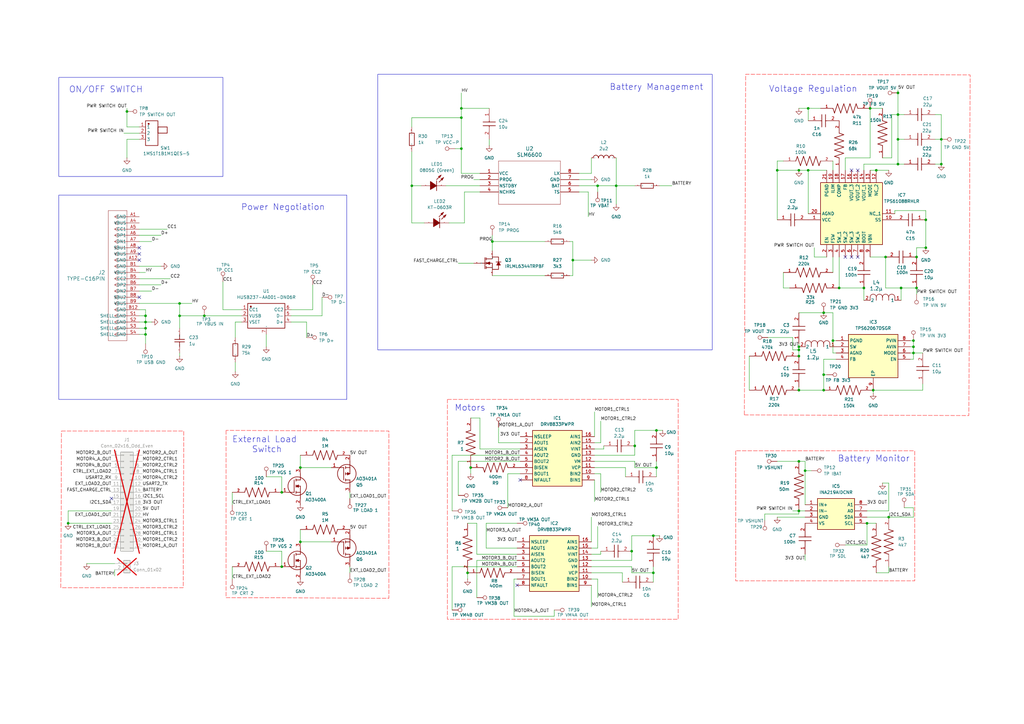
<source format=kicad_sch>
(kicad_sch (version 20250114) (generator "eeschema") (generator_version "9.0")
  (paper "A3")
  (title_block (title "Micromouse Power Subsystem") (date "2025-03-24") (rev "v0") (comment 3 "LNGLUL002 & MTMREJ003") (comment 4 "Lulama Lingela & Rejoice Matema"))
  (lib_symbols
    (symbol "0402WGF1001TCE:0402WGF1001TCE"
      (property "Reference" "R?" (at 0 0 0))
      (property "Value" "0402WGF1001TCE" (at 0 0 0))
      (symbol "0402WGF1001TCE_0_0"
        (pin input line (at -5.08 0 0) (length 2.54) (name "1") (number "1"))
        (pin input line (at 5.08 0 180) (length 2.54) (name "2") (number "2"))
      )
    )
    (symbol "0402WGF3301TCE:0402WGF3301TCE"
      (property "Reference" "R?" (at 0 0 0))
      (property "Value" "0402WGF3301TCE" (at 0 0 0))
      (symbol "0402WGF3301TCE_0_0"
        (pin input line (at -5.08 0 0) (length 2.54) (name "1") (number "1"))
        (pin input line (at 5.08 0 180) (length 2.54) (name "2") (number "2"))
      )
    )
    (symbol "0603WAF7502T5E:0603WAF7502T5E"
      (property "Reference" "R?" (at 0 0 0))
      (property "Value" "0603WAF7502T5E" (at 0 0 0))
      (symbol "0603WAF7502T5E_0_0"
        (pin input line (at -5.08 0 0) (length 2.54) (name "1") (number "1"))
        (pin input line (at 5.08 0 180) (length 2.54) (name "2") (number "2"))
      )
    )
    (symbol "0805W8F1503T5E:0805W8F1503T5E" (pin_names (offset 1.016))
      (property "Reference" "R" (at -5.08 2.54 0))
      (property "Value" "0805W8F1503T5E" (at -5.08 -3.81 0))
      (symbol "0805W8F1503T5E_0_0"
        (pin passive line (at -10.16 0 0) (length 5.08) (name "~") (number "1"))
        (pin passive line (at 10.16 0 180) (length 5.08) (name "~") (number "2"))
      )
    )
    (symbol "0805W8F2203T5E:0805W8F2203T5E" (pin_names (offset 1.016))
      (property "Reference" "R" (at -5.08 2.54 0))
      (property "Value" "0805W8F2203T5E" (at -5.08 -3.81 0))
      (symbol "0805W8F2203T5E_0_0"
        (pin passive line (at -10.16 0 0) (length 5.08) (name "~") (number "1"))
        (pin passive line (at 10.16 0 180) (length 5.08) (name "~") (number "2"))
      )
    )
    (symbol "0805W8F3302T5E:0805W8F3302T5E" (pin_names (offset 1.016))
      (property "Reference" "R" (at -5.08 2.54 0))
      (property "Value" "0805W8F3302T5E" (at -5.08 -3.81 0))
      (symbol "0805W8F3302T5E_0_0"
        (pin passive line (at -10.16 0 0) (length 5.08) (name "~") (number "1"))
        (pin passive line (at 10.16 0 180) (length 5.08) (name "~") (number "2"))
      )
    )
    (symbol "0805W8F4702T5E:0805W8F4702T5E" (pin_names (offset 1.016))
      (property "Reference" "R" (at -5.08 2.54 0))
      (property "Value" "0805W8F4702T5E" (at -5.08 -3.81 0))
      (symbol "0805W8F4702T5E_0_0"
        (pin passive line (at -10.16 0 0) (length 5.08) (name "~") (number "1"))
        (pin passive line (at 10.16 0 180) (length 5.08) (name "~") (number "2"))
      )
    )
    (symbol "0805W8F4703T5E:0805W8F4703T5E" (pin_names (offset 1.016))
      (property "Reference" "R" (at -5.08 2.54 0))
      (property "Value" "0805W8F4703T5E" (at -5.08 -3.81 0))
      (symbol "0805W8F4703T5E_0_0"
        (pin passive line (at -10.16 0 0) (length 5.08) (name "~") (number "1"))
        (pin passive line (at 10.16 0 180) (length 5.08) (name "~") (number "2"))
      )
    )
    (symbol "0805W8F6802T5E:0805W8F6802T5E" (pin_names (offset 1.016))
      (property "Reference" "R" (at -5.08 2.54 0))
      (property "Value" "0805W8F6802T5E" (at -5.08 -3.81 0))
      (symbol "0805W8F6802T5E_0_0"
        (pin passive line (at -10.16 0 0) (length 5.08) (name "~") (number "1"))
        (pin passive line (at 10.16 0 180) (length 5.08) (name "~") (number "2"))
      )
    )
    (symbol "1206B102K202NT:1206B102K202NT" (pin_names (hide yes))
      (property "Reference" "C" (at 8.89 6.35 0))
      (property "Value" "1206B102K202NT" (at 8.89 3.81 0))
      (symbol "1206B102K202NT_1_1"
        (pin passive line (at 0 0 0) (length 5.08) (name "1") (number "1"))
        (pin passive line (at 12.7 0 180) (length 5.08) (name "2") (number "2"))
      )
    )
    (symbol "1206W3F500MT5E:1206W3F500MT5E" (pin_names (offset 1.016))
      (property "Reference" "R" (at -5.08 2.54 0))
      (property "Value" "1206W3F500MT5E" (at -5.08 -3.81 0))
      (symbol "1206W3F500MT5E_0_0"
        (pin passive line (at -10.16 0 0) (length 5.08) (name "~") (number "1"))
        (pin passive line (at 10.16 0 180) (length 5.08) (name "~") (number "2"))
      )
    )
    (symbol "1206W4F1000T5E:1206W4F1000T5E" (pin_names (offset 1.016))
      (property "Reference" "R" (at -5.08 2.54 0))
      (property "Value" "1206W4F1000T5E" (at -5.08 -3.81 0))
      (symbol "1206W4F1000T5E_0_0"
        (pin passive line (at -10.16 0 0) (length 5.08) (name "~") (number "1"))
        (pin passive line (at 10.16 0 180) (length 5.08) (name "~") (number "2"))
      )
    )
    (symbol "1206W4F1003T5E:1206W4F1003T5E" (pin_names (offset 1.016))
      (property "Reference" "R" (at -5.08 2.54 0))
      (property "Value" "1206W4F1003T5E" (at -5.08 -3.81 0))
      (symbol "1206W4F1003T5E_0_0"
        (pin passive line (at -10.16 0 0) (length 5.08) (name "~") (number "1"))
        (pin passive line (at 10.16 0 180) (length 5.08) (name "~") (number "2"))
      )
    )
    (symbol "1206W4F1004T5E:1206W4F1004T5E" (pin_names (offset 1.016))
      (property "Reference" "R" (at -5.08 2.54 0))
      (property "Value" "1206W4F1004T5E" (at -5.08 -3.81 0))
      (symbol "1206W4F1004T5E_0_0"
        (pin passive line (at -10.16 0 0) (length 5.08) (name "~") (number "1"))
        (pin passive line (at 10.16 0 180) (length 5.08) (name "~") (number "2"))
      )
    )
    (symbol "1206W4F100KT5E:1206W4F100KT5E" (pin_names (offset 1.016))
      (property "Reference" "R" (at -5.08 2.54 0))
      (property "Value" "1206W4F100KT5E" (at -5.08 -3.81 0))
      (symbol "1206W4F100KT5E_0_0"
        (pin passive line (at -10.16 0 0) (length 5.08) (name "~") (number "1"))
        (pin passive line (at 10.16 0 180) (length 5.08) (name "~") (number "2"))
      )
    )
    (symbol "1206W4F400LT5E:1206W4F400LT5E" (pin_names (offset 1.016))
      (property "Reference" "R" (at -5.08 2.54 0))
      (property "Value" "1206W4F400LT5E" (at -5.08 -3.81 0))
      (symbol "1206W4F400LT5E_0_0"
        (pin passive line (at -10.16 0 0) (length 5.08) (name "~") (number "1"))
        (pin passive line (at 10.16 0 180) (length 5.08) (name "~") (number "2"))
      )
    )
    (symbol "1206W4F4701T5E:1206W4F4701T5E" (pin_names (offset 1.016))
      (property "Reference" "R" (at -5.08 2.54 0))
      (property "Value" "1206W4F4701T5E" (at -5.08 -3.81 0))
      (symbol "1206W4F4701T5E_0_0"
        (pin passive line (at -10.16 0 0) (length 5.08) (name "~") (number "1"))
        (pin passive line (at 10.16 0 180) (length 5.08) (name "~") (number "2"))
      )
    )
    (symbol "1MS1TIB1M2QES-5:1MS1T1B1M1QES-5"
      (property "Reference" "SW?" (at 0 0 0))
      (property "Value" "1MS1T1B1M1QES-5" (at 0 0 0))
      (symbol "1MS1T1B1M1QES-5_0_0"
        (pin unspecified line (at -2.54 -5.08 90) (length 2.54) (name "1") (number "1"))
        (pin unspecified line (at 0 -5.08 90) (length 2.54) (name "2") (number "2"))
        (pin unspecified line (at 2.54 -5.08 90) (length 2.54) (name "3") (number "3"))
      )
    )
    (symbol "2025-03-28_01-51-26:FXL0420-6R8-M" (pin_names (offset 0.254))
      (property "Reference" "L" (at 6.985 5.08 0))
      (property "Value" "FXL0420-6R8-M" (at 6.985 -2.54 0))
      (symbol "FXL0420-6R8-M_1_1"
        (pin unspecified line (at 0 0 0) (length 2.54) (name "2") (number "2"))
        (pin unspecified line (at 15.24 0 180) (length 2.54) (name "1") (number "1"))
      )
      (symbol "FXL0420-6R8-M_1_2"
        (pin unspecified line (at 0 15.24 270) (length 2.54) (name "1") (number "1"))
        (pin unspecified line (at 0 0 90) (length 2.54) (name "2") (number "2"))
      )
    )
    (symbol "AO3400A:AO3400A" (pin_names (hide yes))
      (property "Reference" "Q" (at 11.43 3.81 0))
      (property "Value" "AO3400A" (at 11.43 1.27 0))
      (symbol "AO3400A_1_1"
        (pin passive line (at 0 0 0) (length 2.54) (name "G") (number "1"))
        (pin passive line (at 7.62 10.16 270) (length 2.54) (name "D") (number "3"))
        (pin passive line (at 7.62 -5.08 90) (length 2.54) (name "S") (number "2"))
      )
    )
    (symbol "AO3401A_1" (pin_names (hide yes))
      (property "Reference" "Q" (at 11.43 3.81 0))
      (property "Value" "AO3401A" (at 11.43 1.27 0))
      (symbol "AO3401A_1_1_1"
        (pin passive line (at 0 0 0) (length 2.54) (name "G") (number "1"))
        (pin passive line (at 7.62 10.16 270) (length 2.54) (name "D") (number "3"))
        (pin passive line (at 7.62 -5.08 90) (length 2.54) (name "S") (number "2"))
      )
    )
    (symbol "CL10B473KB8NNNC:CL10B473KB8NNNC" (pin_names (hide yes))
      (property "Reference" "C" (at 8.89 6.35 0))
      (property "Value" "CL10B473KB8NNNC" (at 8.89 3.81 0))
      (symbol "CL10B473KB8NNNC_1_1"
        (pin passive line (at 0 0 0) (length 5.08) (name "1") (number "1"))
        (pin passive line (at 12.7 0 180) (length 5.08) (name "2") (number "2"))
      )
    )
    (symbol "CL10C100JB8NNNC:CL10C100JB8NNNC" (pin_names (hide yes))
      (property "Reference" "C" (at 8.89 6.35 0))
      (property "Value" "CL10C100JB8NNNC" (at 8.89 3.81 0))
      (symbol "CL10C100JB8NNNC_1_1"
        (pin passive line (at 0 0 0) (length 5.08) (name "1") (number "1"))
        (pin passive line (at 12.7 0 180) (length 5.08) (name "2") (number "2"))
      )
    )
    (symbol "CL21A226MAQNNNE:CL21A226MAQNNNE" (pin_names (hide yes))
      (property "Reference" "C" (at 8.89 6.35 0))
      (property "Value" "CL21A226MAQNNNE" (at 8.89 3.81 0))
      (symbol "CL21A226MAQNNNE_1_1"
        (pin passive line (at 0 0 0) (length 5.08) (name "1") (number "1"))
        (pin passive line (at 12.7 0 180) (length 5.08) (name "2") (number "2"))
      )
    )
    (symbol "CL21B103KBANNNC:CL21B103KBANNNC" (pin_names (hide yes))
      (property "Reference" "C" (at 8.89 6.35 0))
      (property "Value" "CL21B103KBANNNC" (at 8.89 3.81 0))
      (symbol "CL21B103KBANNNC_1_1"
        (pin passive line (at 0 0 0) (length 5.08) (name "1") (number "1"))
        (pin passive line (at 12.7 0 180) (length 5.08) (name "2") (number "2"))
      )
    )
    (symbol "CL31A106KBHNNNE:CL31A106KBHNNNE" (pin_names (hide yes))
      (property "Reference" "C" (at 8.89 6.35 0))
      (property "Value" "CL31A106KBHNNNE" (at 8.89 3.81 0))
      (symbol "CL31A106KBHNNNE_1_1"
        (pin passive line (at 0 0 0) (length 5.08) (name "1") (number "1"))
        (pin passive line (at 12.7 0 180) (length 5.08) (name "2") (number "2"))
      )
    )
    (symbol "CL31A226KAHNNNE:CL31A226KAHNNNE" (pin_names (hide yes))
      (property "Reference" "C" (at 8.89 6.35 0))
      (property "Value" "CL31A226KAHNNNE" (at 8.89 3.81 0))
      (symbol "CL31A226KAHNNNE_1_1"
        (pin passive line (at 0 0 0) (length 5.08) (name "1") (number "1"))
        (pin passive line (at 12.7 0 180) (length 5.08) (name "2") (number "2"))
      )
    )
    (symbol "CL31B104KBCNNNC:CL31B104KBCNNNC" (pin_names (hide yes))
      (property "Reference" "C" (at 8.89 6.35 0))
      (property "Value" "CL31B104KBCNNNC" (at 8.89 3.81 0))
      (symbol "CL31B104KBCNNNC_1_1"
        (pin passive line (at 0 0 0) (length 5.08) (name "1") (number "1"))
        (pin passive line (at 12.7 0 180) (length 5.08) (name "2") (number "2"))
      )
    )
    (symbol "CL31B105KBHNNNE:CL31B105KBHNNNE"
      (property "Reference" "C?" (at 0 0 0))
      (property "Value" "CL31B105KBHNNNE" (at 0 0 0))
      (symbol "CL31B105KBHNNNE_0_0"
        (pin unspecified line (at -5.08 0 0) (length 2.54) (name "1") (number "1"))
        (pin unspecified line (at 5.08 0 180) (length 2.54) (name "2") (number "2"))
      )
    )
    (symbol "CL31B225KBHNNNE:CL31B225KBHNNNE" (pin_names (hide yes))
      (property "Reference" "C" (at 8.89 6.35 0))
      (property "Value" "CL31B225KBHNNNE" (at 8.89 3.81 0))
      (symbol "CL31B225KBHNNNE_1_1"
        (pin passive line (at 0 0 0) (length 5.08) (name "1") (number "1"))
        (pin passive line (at 12.7 0 180) (length 5.08) (name "2") (number "2"))
      )
    )
    (symbol "Connector:TestPoint" (pin_numbers (hide yes)) (pin_names (offset 0.762) (hide yes))
      (property "Reference" "TP" (at 0 6.858 0))
      (property "Value" "TestPoint" (at 0 5.08 0))
      (symbol "TestPoint_1_1"
        (pin passive line (at 0 0 90) (length 2.54) (name "1") (number "1"))
      )
    )
    (symbol "Connector_Generic:Conn_01x02" (pin_names (offset 1.016) (hide yes))
      (property "Reference" "J" (at 0 2.54 0))
      (property "Value" "Conn_01x02" (at 0 -5.08 0))
      (symbol "Conn_01x02_1_1"
        (pin passive line (at -5.08 0 0) (length 3.81) (name "Pin_1") (number "1"))
        (pin passive line (at -5.08 -2.54 0) (length 3.81) (name "Pin_2") (number "2"))
      )
    )
    (symbol "Connector_Generic:Conn_02x16_Odd_Even" (pin_names (offset 1.016) (hide yes))
      (property "Reference" "J" (at 1.27 20.32 0))
      (property "Value" "Conn_02x16_Odd_Even" (at 1.27 -22.86 0))
      (symbol "Conn_02x16_Odd_Even_1_1"
        (pin passive line (at -5.08 17.78 0) (length 3.81) (name "Pin_1") (number "1"))
        (pin passive line (at -5.08 15.24 0) (length 3.81) (name "Pin_3") (number "3"))
        (pin passive line (at -5.08 12.7 0) (length 3.81) (name "Pin_5") (number "5"))
        (pin passive line (at -5.08 10.16 0) (length 3.81) (name "Pin_7") (number "7"))
        (pin passive line (at -5.08 7.62 0) (length 3.81) (name "Pin_9") (number "9"))
        (pin passive line (at -5.08 5.08 0) (length 3.81) (name "Pin_11") (number "11"))
        (pin passive line (at -5.08 2.54 0) (length 3.81) (name "Pin_13") (number "13"))
        (pin passive line (at -5.08 0 0) (length 3.81) (name "Pin_15") (number "15"))
        (pin passive line (at -5.08 -2.54 0) (length 3.81) (name "Pin_17") (number "17"))
        (pin passive line (at -5.08 -5.08 0) (length 3.81) (name "Pin_19") (number "19"))
        (pin passive line (at -5.08 -7.62 0) (length 3.81) (name "Pin_21") (number "21"))
        (pin passive line (at -5.08 -10.16 0) (length 3.81) (name "Pin_23") (number "23"))
        (pin passive line (at -5.08 -12.7 0) (length 3.81) (name "Pin_25") (number "25"))
        (pin passive line (at -5.08 -15.24 0) (length 3.81) (name "Pin_27") (number "27"))
        (pin passive line (at -5.08 -17.78 0) (length 3.81) (name "Pin_29") (number "29"))
        (pin passive line (at -5.08 -20.32 0) (length 3.81) (name "Pin_31") (number "31"))
        (pin passive line (at 7.62 17.78 180) (length 3.81) (name "Pin_2") (number "2"))
        (pin passive line (at 7.62 15.24 180) (length 3.81) (name "Pin_4") (number "4"))
        (pin passive line (at 7.62 12.7 180) (length 3.81) (name "Pin_6") (number "6"))
        (pin passive line (at 7.62 10.16 180) (length 3.81) (name "Pin_8") (number "8"))
        (pin passive line (at 7.62 7.62 180) (length 3.81) (name "Pin_10") (number "10"))
        (pin passive line (at 7.62 5.08 180) (length 3.81) (name "Pin_12") (number "12"))
        (pin passive line (at 7.62 2.54 180) (length 3.81) (name "Pin_14") (number "14"))
        (pin passive line (at 7.62 0 180) (length 3.81) (name "Pin_16") (number "16"))
        (pin passive line (at 7.62 -2.54 180) (length 3.81) (name "Pin_18") (number "18"))
        (pin passive line (at 7.62 -5.08 180) (length 3.81) (name "Pin_20") (number "20"))
        (pin passive line (at 7.62 -7.62 180) (length 3.81) (name "Pin_22") (number "22"))
        (pin passive line (at 7.62 -10.16 180) (length 3.81) (name "Pin_24") (number "24"))
        (pin passive line (at 7.62 -12.7 180) (length 3.81) (name "Pin_26") (number "26"))
        (pin passive line (at 7.62 -15.24 180) (length 3.81) (name "Pin_28") (number "28"))
        (pin passive line (at 7.62 -17.78 180) (length 3.81) (name "Pin_30") (number "30"))
        (pin passive line (at 7.62 -20.32 180) (length 3.81) (name "Pin_32") (number "32"))
      )
    )
    (symbol "DRV8833PWPR:DRV8833PWPR"
      (property "Reference" "IC" (at 26.67 7.62 0))
      (property "Value" "DRV8833PWPR" (at 26.67 5.08 0))
      (symbol "DRV8833PWPR_1_1"
        (pin passive line (at 0 0 0) (length 5.08) (name "NSLEEP") (number "1"))
        (pin passive line (at 0 -2.54 0) (length 5.08) (name "AOUT1") (number "2"))
        (pin passive line (at 0 -5.08 0) (length 5.08) (name "AISEN") (number "3"))
        (pin passive line (at 0 -7.62 0) (length 5.08) (name "AOUT2") (number "4"))
        (pin passive line (at 0 -10.16 0) (length 5.08) (name "BOUT2") (number "5"))
        (pin passive line (at 0 -12.7 0) (length 5.08) (name "BISEN") (number "6"))
        (pin passive line (at 0 -15.24 0) (length 5.08) (name "BOUT1") (number "7"))
        (pin passive line (at 0 -17.78 0) (length 5.08) (name "NFAULT") (number "8"))
        (pin passive line (at 30.48 0 180) (length 5.08) (name "AIN1") (number "16"))
        (pin passive line (at 30.48 -2.54 180) (length 5.08) (name "AIN2") (number "15"))
        (pin passive line (at 30.48 -5.08 180) (length 5.08) (name "VINT") (number "14"))
        (pin passive line (at 30.48 -7.62 180) (length 5.08) (name "GND") (number "13"))
        (pin passive line (at 30.48 -10.16 180) (length 5.08) (name "VM") (number "12"))
        (pin passive line (at 30.48 -12.7 180) (length 5.08) (name "VCP") (number "11"))
        (pin passive line (at 30.48 -15.24 180) (length 5.08) (name "BIN2") (number "10"))
        (pin passive line (at 30.48 -17.78 180) (length 5.08) (name "BIN1") (number "9"))
      )
    )
    (symbol "FHW0805UF2R2JST:FHW0805UF2R2JST"
      (property "Reference" "L?" (at 0 0 0))
      (property "Value" "FHW0805UF2R2JST" (at 0 0 0))
      (symbol "FHW0805UF2R2JST_0_0"
        (pin unspecified line (at -5.08 0 0) (length 0.762) (name "1") (number "1"))
        (pin unspecified line (at 5.08 0 180) (length 0.762) (name "2") (number "2"))
      )
    )
    (symbol "HUSB237-AA001-DN06R:HUSB237-AA001-DN06R"
      (property "Reference" "U?" (at 0 0 0))
      (property "Value" "HUSB237-AA001-DN06R" (at 0 0 0))
      (symbol "HUSB237-AA001-DN06R_0_0"
        (pin unspecified line (at -10.16 2.54 0) (length 2.54) (name "CC1") (number "1"))
        (pin unspecified line (at -10.16 0 0) (length 2.54) (name "VUSB") (number "2"))
        (pin unspecified line (at -10.16 -2.54 0) (length 2.54) (name "VSET") (number "3"))
        (pin unspecified line (at 0 -7.62 90) (length 2.54) (name "GND") (number "7"))
        (pin unspecified line (at 10.16 2.54 180) (length 2.54) (name "CC2") (number "6"))
        (pin unspecified line (at 10.16 0 180) (length 2.54) (name "D-") (number "5"))
        (pin unspecified line (at 10.16 -2.54 180) (length 2.54) (name "D+") (number "4"))
      )
    )
    (symbol "INA219AIDCNR:INA219AIDCNR"
      (property "Reference" "IC" (at 21.59 7.62 0))
      (property "Value" "INA219AIDCNR" (at 21.59 5.08 0))
      (symbol "INA219AIDCNR_1_1"
        (pin passive line (at 0 0 0) (length 5.08) (name "IN+") (number "1"))
        (pin passive line (at 0 -2.54 0) (length 5.08) (name "IN-") (number "2"))
        (pin passive line (at 0 -5.08 0) (length 5.08) (name "GND") (number "3"))
        (pin passive line (at 0 -7.62 0) (length 5.08) (name "VS") (number "4"))
        (pin passive line (at 25.4 0 180) (length 5.08) (name "A1") (number "8"))
        (pin passive line (at 25.4 -2.54 180) (length 5.08) (name "A0") (number "7"))
        (pin passive line (at 25.4 -5.08 180) (length 5.08) (name "SDA") (number "6"))
        (pin passive line (at 25.4 -7.62 180) (length 5.08) (name "SCL") (number "5"))
      )
    )
    (symbol "IRLML6344TRPBF:IRLML6344TRPBF"
      (property "Reference" "Q?" (at 0 0 0))
      (property "Value" "IRLML6344TRPBF" (at 0 0 0))
      (symbol "IRLML6344TRPBF_0_0"
        (pin unspecified line (at -5.08 0 0) (length 2.54) (name "G") (number "1"))
        (pin unspecified line (at 2.54 5.08 270) (length 2.54) (name "D") (number "3"))
        (pin unspecified line (at 2.54 -5.08 90) (length 2.54) (name "S") (number "2"))
      )
    )
    (symbol "KT-0603R:KT-0603R"
      (property "Reference" "LED?" (at 0 0 0))
      (property "Value" "KT-0603R" (at 0 0 0))
      (symbol "KT-0603R_0_0"
        (pin unspecified line (at -5.08 0 0) (length 3.81) (name "K") (number "1"))
        (pin unspecified line (at 5.08 0 180) (length 3.81) (name "A") (number "2"))
      )
    )
    (symbol "KT-0805G:0805G (Green)"
      (property "Reference" "LED?" (at 0 0 0))
      (property "Value" "0805G (Green)" (at 0 0 0))
      (symbol "0805G (Green)_0_0"
        (pin unspecified line (at -5.08 0 0) (length 3.81) (name "K") (number "2"))
        (pin unspecified line (at 5.08 0 180) (length 3.81) (name "A") (number "1"))
      )
    )
    (symbol "SCHLIB_0402WGF5601TCE_2025-03-28:0402WGF5601TCE"
      (property "Reference" "R?" (at 0 0 0))
      (property "Value" "0402WGF5601TCE" (at 0 0 0))
      (symbol "0402WGF5601TCE_0_0"
        (pin input line (at -5.08 0 0) (length 2.54) (name "1") (number "1"))
        (pin input line (at 5.08 0 180) (length 2.54) (name "2") (number "2"))
      )
    )
    (symbol "SLM6600:SLM6600" (pin_names (offset 0.254))
      (property "Reference" "U2" (at 20.32 10.16 0))
      (property "Value" "SLM6600" (at 20.32 7.62 0))
      (symbol "SLM6600_0_1"
        (pin power_in line (at 0 0 0) (length 7.62) (name "VCC") (number "1"))
        (pin unspecified line (at 0 -2.54 0) (length 7.62) (name "PROG") (number "2"))
        (pin unspecified line (at 0 -5.08 0) (length 7.62) (name "NSTDBY") (number "3"))
        (pin unspecified line (at 0 -7.62 0) (length 7.62) (name "NCHRG") (number "4"))
        (pin unspecified line (at 40.64 0 180) (length 7.62) (name "LX") (number "8"))
        (pin power_out line (at 40.64 -2.54 180) (length 7.62) (name "GND") (number "7"))
        (pin unspecified line (at 40.64 -5.08 180) (length 7.62) (name "BAT") (number "6"))
        (pin unspecified line (at 40.64 -7.62 180) (length 7.62) (name "TS") (number "5"))
      )
    )
    (symbol "TPS61088RHLR:TPS61088RHLR"
      (property "Reference" "IC" (at 31.75 17.78 0))
      (property "Value" "TPS61088RHLR" (at 31.75 15.24 0))
      (symbol "TPS61088RHLR_1_1"
        (pin passive line (at 0 0 0) (length 5.08) (name "AGND") (number "20"))
        (pin passive line (at 0 -2.54 0) (length 5.08) (name "VCC") (number "1"))
        (pin passive line (at 7.62 17.78 270) (length 5.08) (name "PGND") (number "21"))
        (pin passive line (at 7.62 -17.78 90) (length 5.08) (name "EN") (number "2"))
        (pin passive line (at 10.16 17.78 270) (length 5.08) (name "ILIM") (number "19"))
        (pin passive line (at 10.16 -17.78 90) (length 5.08) (name "FSW") (number "3"))
        (pin passive line (at 12.7 17.78 270) (length 5.08) (name "COMP") (number "18"))
        (pin passive line (at 12.7 -17.78 90) (length 5.08) (name "SW_1") (number "4"))
        (pin passive line (at 15.24 17.78 270) (length 5.08) (name "FB") (number "17"))
        (pin passive line (at 15.24 -17.78 90) (length 5.08) (name "SW_2") (number "5"))
        (pin passive line (at 17.78 17.78 270) (length 5.08) (name "VOUT_3") (number "16"))
        (pin passive line (at 17.78 -17.78 90) (length 5.08) (name "SW_3") (number "6"))
        (pin passive line (at 20.32 17.78 270) (length 5.08) (name "VOUT_2") (number "15"))
        (pin passive line (at 20.32 -17.78 90) (length 5.08) (name "SW_4") (number "7"))
        (pin passive line (at 22.86 17.78 270) (length 5.08) (name "VOUT_1") (number "14"))
        (pin passive line (at 22.86 -17.78 90) (length 5.08) (name "BOOT") (number "8"))
        (pin passive line (at 25.4 17.78 270) (length 5.08) (name "MODE") (number "13"))
        (pin passive line (at 25.4 -17.78 90) (length 5.08) (name "VBN") (number "9"))
        (pin passive line (at 27.94 17.78 270) (length 5.08) (name "NC_2") (number "12"))
        (pin passive line (at 35.56 0 180) (length 5.08) (name "NC_1") (number "11"))
        (pin passive line (at 35.56 -2.54 180) (length 5.08) (name "SS") (number "10"))
      )
    )
    (symbol "TPS62067DSGR_1"
      (property "Reference" "IC" (at 26.67 7.62 0))
      (property "Value" "TPS62067DSGR" (at 26.67 5.08 0))
      (symbol "TPS62067DSGR_1_1_1"
        (pin passive line (at 0 0 0) (length 5.08) (name "PGND") (number "1"))
        (pin passive line (at 0 -2.54 0) (length 5.08) (name "SW") (number "2"))
        (pin passive line (at 0 -5.08 0) (length 5.08) (name "AGND") (number "3"))
        (pin passive line (at 0 -7.62 0) (length 5.08) (name "FB") (number "4"))
        (pin passive line (at 15.24 -20.32 90) (length 5.08) (name "EP") (number "9"))
        (pin passive line (at 30.48 0 180) (length 5.08) (name "PVIN") (number "8"))
        (pin passive line (at 30.48 -2.54 180) (length 5.08) (name "AVIN") (number "7"))
        (pin passive line (at 30.48 -5.08 180) (length 5.08) (name "MODE") (number "6"))
        (pin passive line (at 30.48 -7.62 180) (length 5.08) (name "EN") (number "5"))
      )
    )
    (symbol "TYPE C16PIN:TYPE-C16PIN" (pin_names (offset 0.254))
      (property "Reference" "J" (at 8.89 6.35 0))
      (property "Value" "TYPE-C16PIN" (at 0 0 0))
      (symbol "TYPE-C16PIN_1_1"
        (pin power_out line (at 0 0 0) (length 5.08) (name "GND") (number "A1"))
        (pin power_in line (at 0 -2.54 0) (length 5.08) (name "VBUS") (number "A4"))
        (pin bidirectional line (at 0 -5.08 0) (length 5.08) (name "CC1") (number "A5"))
        (pin bidirectional line (at 0 -7.62 0) (length 5.08) (name "DP1") (number "A6"))
        (pin bidirectional line (at 0 -10.16 0) (length 5.08) (name "DN1") (number "A7"))
        (pin bidirectional line (at 0 -12.7 0) (length 5.08) (name "SBU1") (number "A8"))
        (pin power_in line (at 0 -15.24 0) (length 5.08) (name "VBUS") (number "A9"))
        (pin power_out line (at 0 -17.78 0) (length 5.08) (name "GND") (number "A12"))
        (pin power_out line (at 0 -20.32 0) (length 5.08) (name "GND") (number "B1"))
        (pin power_in line (at 0 -22.86 0) (length 5.08) (name "VBUS") (number "B4"))
        (pin bidirectional line (at 0 -25.4 0) (length 5.08) (name "CC2") (number "B5"))
        (pin bidirectional line (at 0 -27.94 0) (length 5.08) (name "DP2") (number "B6"))
        (pin bidirectional line (at 0 -30.48 0) (length 5.08) (name "DN2") (number "B7"))
        (pin bidirectional line (at 0 -33.02 0) (length 5.08) (name "SBU2") (number "B8"))
        (pin power_in line (at 0 -35.56 0) (length 5.08) (name "VBUS") (number "B9"))
        (pin power_out line (at 0 -38.1 0) (length 5.08) (name "GND") (number "B12"))
        (pin power_out line (at 0 -40.64 0) (length 5.08) (name "SHELL_GND") (number "S1"))
        (pin power_out line (at 0 -43.18 0) (length 5.08) (name "SHELL_GND") (number "S2"))
        (pin power_out line (at 0 -45.72 0) (length 5.08) (name "SHELL_GND") (number "S3"))
        (pin power_out line (at 0 -48.26 0) (length 5.08) (name "SHELL_GND") (number "S4"))
      )
      (symbol "TYPE-C16PIN_1_2"
        (pin power_out line (at 0 0 0) (length 5.08) (name "GND") (number "A1"))
        (pin power_in line (at 0 -2.54 0) (length 5.08) (name "VBUS") (number "A4"))
        (pin bidirectional line (at 0 -5.08 0) (length 5.08) (name "CC1") (number "A5"))
        (pin bidirectional line (at 0 -7.62 0) (length 5.08) (name "DP1") (number "A6"))
        (pin bidirectional line (at 0 -10.16 0) (length 5.08) (name "DN1") (number "A7"))
        (pin bidirectional line (at 0 -12.7 0) (length 5.08) (name "SBU1") (number "A8"))
        (pin power_in line (at 0 -15.24 0) (length 5.08) (name "VBUS") (number "A9"))
        (pin power_out line (at 0 -17.78 0) (length 5.08) (name "GND") (number "A12"))
        (pin power_out line (at 0 -20.32 0) (length 5.08) (name "GND") (number "B1"))
        (pin power_in line (at 0 -22.86 0) (length 5.08) (name "VBUS") (number "B4"))
        (pin bidirectional line (at 0 -25.4 0) (length 5.08) (name "CC2") (number "B5"))
        (pin bidirectional line (at 0 -27.94 0) (length 5.08) (name "DP2") (number "B6"))
        (pin bidirectional line (at 0 -30.48 0) (length 5.08) (name "DN2") (number "B7"))
        (pin bidirectional line (at 0 -33.02 0) (length 5.08) (name "SBU2") (number "B8"))
        (pin power_in line (at 0 -35.56 0) (length 5.08) (name "VBUS") (number "B9"))
        (pin power_out line (at 0 -38.1 0) (length 5.08) (name "GND") (number "B12"))
        (pin power_out line (at 0 -40.64 0) (length 5.08) (name "SHELL_GND") (number "S1"))
        (pin power_out line (at 0 -43.18 0) (length 5.08) (name "SHELL_GND") (number "S2"))
        (pin power_out line (at 0 -45.72 0) (length 5.08) (name "SHELL_GND") (number "S3"))
        (pin power_out line (at 0 -48.26 0) (length 5.08) (name "SHELL_GND") (number "S4"))
      )
    )
    (symbol "power:GND" (power) (pin_numbers (hide yes)) (pin_names (offset 0) (hide yes))
      (property "Value" "GND" (at 0 -3.81 0))
      (symbol "GND_1_1"
        (pin power_in line (at 0 0 270) (length 0) (name "~") (number "1"))
      )
    )
  )
  (rectangle (start 24.13 31.75) (end 91.44 72.39))
  (rectangle (start 24.13 80.01) (end 142.24 163.83))
  (rectangle (start 154.94 30.48) (end 292.1 143.51))
  (text "Motors" (at 192.786 167.386 0) (effects (font (size 2.54 2.54))))
  (text "Voltage Regulation" (at 333.502 36.576 0) (effects (font (size 2.54 2.54))))
  (text "Battery Monitor" (at 358.394 188.214 0) (effects (font (size 2.54 2.54))))
  (text "Battery Management" (at 269.24 35.814 0) (effects (font (size 2.5 2.5))))
  (text "Power Negotiation" (at 116.078 85.09 0) (effects (font (size 2.5 2.5))))
  (text "External Load \nSwitch" (at 109.474 182.372 0) (effects (font (size 2.54 2.54))))
  (text "ON/OFF SWITCH" (at 43.434 36.83 0) (effects (font (size 2.5 2.5))))
  (junction (at 59.69 137.16))
  (junction (at 364.49 212.09))
  (junction (at 327.66 69.85))
  (junction (at 115.57 232.41))
  (junction (at 193.04 191.77))
  (junction (at 386.08 57.15))
  (junction (at 337.82 128.27))
  (junction (at 331.47 69.85))
  (junction (at 115.57 201.93))
  (junction (at 189.23 60.96))
  (junction (at 327.66 160.02))
  (junction (at 368.3 38.1))
  (junction (at 59.69 132.08))
  (junction (at 379.73 90.17))
  (junction (at 355.6 214.63))
  (junction (at 189.23 48.26))
  (junction (at 234.95 106.68))
  (junction (at 189.23 44.45))
  (junction (at 356.87 44.45))
  (junction (at 331.47 44.45))
  (junction (at 358.14 160.02))
  (junction (at 369.57 118.11))
  (junction (at 327.66 142.24))
  (junction (at 368.3 57.15))
  (junction (at 267.97 219.71))
  (junction (at 341.63 139.7))
  (junction (at 191.77 234.95))
  (junction (at 359.41 69.85))
  (junction (at 73.66 124.46))
  (junction (at 245.11 76.2))
  (junction (at 52.07 45.72))
  (junction (at 260.35 182.88))
  (junction (at 379.73 101.6))
  (junction (at 354.33 118.11))
  (junction (at 327.66 209.55))
  (junction (at 73.66 129.54))
  (junction (at 374.65 139.7))
  (junction (at 201.93 99.06))
  (junction (at 327.66 146.05))
  (junction (at 375.92 105.41))
  (junction (at 327.66 189.23))
  (junction (at 374.65 144.78))
  (junction (at 83.82 129.54))
  (junction (at 386.08 67.31))
  (junction (at 252.73 76.2))
  (junction (at 368.3 67.31))
  (junction (at 337.82 153.67))
  (junction (at 59.69 129.54))
  (junction (at 59.69 134.62))
  (junction (at 267.97 234.95))
  (junction (at 368.3 46.99))
  (junction (at 374.65 142.24))
  (junction (at 363.22 105.41))
  (junction (at 318.77 69.85))
  (junction (at 123.19 222.25))
  (junction (at 27.94 214.63))
  (junction (at 337.82 160.02))
  (junction (at 269.24 191.77))
  (junction (at 168.91 76.2))
  (junction (at 123.19 191.77))
  (junction (at 269.24 176.53))
  (junction (at 330.2 193.04))
  (junction (at 259.08 226.06))
  (junction (at 327.66 143.51))
  (junction (at 375.92 118.11))
  (junction (at 344.17 118.11))
  (no_connect (at 346.71 105.41))
  (no_connect (at 213.36 196.85))
  (no_connect (at 57.15 104.14))
  (no_connect (at 57.15 101.6))
  (no_connect (at 45.72 204.47))
  (no_connect (at 351.79 105.41))
  (no_connect (at 57.15 121.92))
  (no_connect (at 349.25 69.85))
  (no_connect (at 57.15 106.68))
  (no_connect (at 212.09 240.03))
  (no_connect (at 351.79 69.85))
  (no_connect (at 349.25 105.41))
  (wire (pts (xy 267.97 234.95) (xy 267.97 232.41)))
  (wire (pts (xy 334.01 101.6) (xy 334.01 105.41)))
  (wire (pts (xy 190.5 78.74) (xy 196.85 78.74)))
  (wire (pts (xy 374.65 144.78) (xy 374.65 142.24)))
  (wire (pts (xy 190.5 78.74) (xy 190.5 91.44)))
  (wire (pts (xy 354.33 67.31) (xy 354.33 69.85)))
  (wire (pts (xy 191.77 214.63) (xy 195.58 214.63)))
  (wire (pts (xy 358.14 160.02) (xy 358.14 161.29)))
  (wire (pts (xy 123.19 222.25) (xy 135.89 222.25)))
  (wire (pts (xy 196.85 71.12) (xy 189.23 71.12)))
  (wire (pts (xy 57.15 52.07) (xy 52.07 52.07)))
  (wire (pts (xy 208.28 194.31) (xy 208.28 208.28)))
  (wire (pts (xy 95.25 201.93) (xy 95.25 207.01)))
  (wire (pts (xy 201.93 99.06) (xy 201.93 96.52)))
  (wire (pts (xy 374.65 208.28) (xy 374.65 212.09)))
  (wire (pts (xy 234.95 106.68) (xy 242.57 106.68)))
  (wire (pts (xy 374.65 142.24) (xy 374.65 139.7)))
  (wire (pts (xy 260.35 191.77) (xy 269.24 191.77)))
  (wire (pts (xy 132.08 121.92) (xy 132.08 129.54)))
  (wire (pts (xy 182.88 76.2) (xy 196.85 76.2)))
  (wire (pts (xy 243.84 186.69) (xy 260.35 186.69)))
  (wire (pts (xy 337.82 147.32) (xy 337.82 153.67)))
  (wire (pts (xy 346.71 223.52) (xy 355.6 223.52)))
  (wire (pts (xy 143.51 201.93) (xy 143.51 204.47)))
  (wire (pts (xy 185.42 232.41) (xy 185.42 250.19)))
  (wire (pts (xy 386.08 46.99) (xy 386.08 57.15)))
  (wire (pts (xy 95.25 232.41) (xy 95.25 237.49)))
  (wire (pts (xy 242.57 237.49) (xy 245.11 237.49)))
  (wire (pts (xy 233.68 99.06) (xy 234.95 99.06)))
  (wire (pts (xy 199.39 224.79) (xy 212.09 224.79)))
  (wire (pts (xy 243.84 191.77) (xy 256.54 191.77)))
  (wire (pts (xy 245.11 76.2) (xy 245.11 78.74)))
  (wire (pts (xy 368.3 46.99) (xy 370.84 46.99)))
  (wire (pts (xy 200.66 57.15) (xy 200.66 59.69)))
  (wire (pts (xy 243.84 181.61) (xy 246.38 181.61)))
  (wire (pts (xy 123.19 186.69) (xy 123.19 191.77)))
  (wire (pts (xy 375.92 118.11) (xy 375.92 120.65)))
  (wire (pts (xy 201.93 99.06) (xy 223.52 99.06)))
  (wire (pts (xy 318.77 90.17) (xy 318.77 69.85)))
  (wire (pts (xy 119.38 129.54) (xy 132.08 129.54)))
  (wire (pts (xy 321.31 111.76) (xy 321.31 118.11)))
  (wire (pts (xy 196.85 184.15) (xy 196.85 171.45)))
  (wire (pts (xy 242.57 240.03) (xy 242.57 248.92)))
  (wire (pts (xy 73.66 129.54) (xy 83.82 129.54)))
  (wire (pts (xy 386.08 57.15) (xy 386.08 67.31)))
  (wire (pts (xy 115.57 195.58) (xy 115.57 201.93)))
  (wire (pts (xy 168.91 52.07) (xy 168.91 48.26)))
  (wire (pts (xy 168.91 91.44) (xy 168.91 76.2)))
  (wire (pts (xy 195.58 229.87) (xy 195.58 245.11)))
  (wire (pts (xy 325.12 143.51) (xy 327.66 143.51)))
  (wire (pts (xy 374.65 147.32) (xy 374.65 144.78)))
  (wire (pts (xy 227.33 252.73) (xy 210.82 252.73)))
  (wire (pts (xy 367.03 86.36) (xy 379.73 86.36)))
  (wire (pts (xy 361.95 64.77) (xy 365.76 64.77)))
  (wire (pts (xy 213.36 181.61) (xy 204.47 181.61)))
  (wire (pts (xy 331.47 69.85) (xy 331.47 87.63)))
  (wire (pts (xy 252.73 76.2) (xy 260.35 76.2)))
  (wire (pts (xy 57.15 129.54) (xy 59.69 129.54)))
  (wire (pts (xy 234.95 113.03) (xy 233.68 113.03)))
  (wire (pts (xy 128.27 116.84) (xy 128.27 127)))
  (wire (pts (xy 243.84 194.31) (xy 246.38 194.31)))
  (wire (pts (xy 123.19 191.77) (xy 135.89 191.77)))
  (wire (pts (xy 45.72 209.55) (xy 27.94 209.55)))
  (wire (pts (xy 361.95 198.12) (xy 364.49 198.12)))
  (wire (pts (xy 241.3 78.74) (xy 241.3 88.9)))
  (wire (pts (xy 368.3 38.1) (xy 368.3 46.99)))
  (wire (pts (xy 227.33 250.19) (xy 227.33 252.73)))
  (wire (pts (xy 327.66 69.85) (xy 331.47 69.85)))
  (wire (pts (xy 57.15 132.08) (xy 59.69 132.08)))
  (wire (pts (xy 201.93 113.03) (xy 223.52 113.03)))
  (wire (pts (xy 243.84 184.15) (xy 247.65 184.15)))
  (wire (pts (xy 199.39 224.79) (xy 199.39 214.63)))
  (wire (pts (xy 318.77 189.23) (xy 327.66 189.23)))
  (wire (pts (xy 59.69 127) (xy 59.69 129.54)))
  (wire (pts (xy 313.69 210.82) (xy 327.66 210.82)))
  (wire (pts (xy 267.97 219.71) (xy 259.08 219.71)))
  (wire (pts (xy 269.24 176.53) (xy 260.35 176.53)))
  (wire (pts (xy 212.09 227.33) (xy 195.58 227.33)))
  (wire (pts (xy 57.15 57.15) (xy 52.07 57.15)))
  (wire (pts (xy 186.69 60.96) (xy 189.23 60.96)))
  (wire (pts (xy 339.09 153.67) (xy 337.82 153.67)))
  (wire (pts (xy 187.96 189.23) (xy 187.96 203.2)))
  (wire (pts (xy 243.84 189.23) (xy 260.35 189.23)))
  (wire (pts (xy 369.57 118.11) (xy 375.92 118.11)))
  (wire (pts (xy 201.93 99.06) (xy 201.93 102.87)))
  (wire (pts (xy 373.38 147.32) (xy 374.65 147.32)))
  (wire (pts (xy 368.3 57.15) (xy 368.3 67.31)))
  (wire (pts (xy 168.91 48.26) (xy 189.23 48.26)))
  (wire (pts (xy 383.54 46.99) (xy 386.08 46.99)))
  (wire (pts (xy 187.96 107.95) (xy 194.31 107.95)))
  (wire (pts (xy 259.08 234.95) (xy 267.97 234.95)))
  (wire (pts (xy 193.04 191.77) (xy 193.04 194.31)))
  (wire (pts (xy 252.73 76.2) (xy 252.73 83.82)))
  (wire (pts (xy 318.77 212.09) (xy 330.2 212.09)))
  (wire (pts (xy 57.15 96.52) (xy 66.04 96.52)))
  (wire (pts (xy 354.33 67.31) (xy 368.3 67.31)))
  (wire (pts (xy 374.65 212.09) (xy 364.49 212.09)))
  (wire (pts (xy 341.63 128.27) (xy 341.63 139.7)))
  (wire (pts (xy 189.23 44.45) (xy 200.66 44.45)))
  (wire (pts (xy 346.71 64.77) (xy 356.87 64.77)))
  (wire (pts (xy 45.72 214.63) (xy 27.94 214.63)))
  (wire (pts (xy 355.6 209.55) (xy 364.49 209.55)))
  (wire (pts (xy 57.15 114.3) (xy 69.85 114.3)))
  (wire (pts (xy 341.63 105.41) (xy 341.63 111.76)))
  (wire (pts (xy 375.92 101.6) (xy 375.92 105.41)))
  (wire (pts (xy 193.04 171.45) (xy 196.85 171.45)))
  (wire (pts (xy 365.76 46.99) (xy 368.3 46.99)))
  (wire (pts (xy 318.77 69.85) (xy 327.66 69.85)))
  (wire (pts (xy 234.95 99.06) (xy 234.95 106.68)))
  (wire (pts (xy 375.92 101.6) (xy 379.73 101.6)))
  (wire (pts (xy 27.94 209.55) (xy 27.94 214.63)))
  (wire (pts (xy 363.22 105.41) (xy 363.22 118.11)))
  (wire (pts (xy 237.49 71.12) (xy 242.57 71.12)))
  (wire (pts (xy 242.57 224.79) (xy 245.11 224.79)))
  (wire (pts (xy 255.27 234.95) (xy 255.27 238.76)))
  (wire (pts (xy 57.15 111.76) (xy 59.69 111.76)))
  (wire (pts (xy 35.56 231.14) (xy 46.99 231.14)))
  (wire (pts (xy 243.84 168.91) (xy 243.84 179.07)))
  (wire (pts (xy 374.65 144.78) (xy 378.46 144.78)))
  (wire (pts (xy 213.36 189.23) (xy 187.96 189.23)))
  (wire (pts (xy 57.15 99.06) (xy 62.23 99.06)))
  (wire (pts (xy 242.57 64.77) (xy 242.57 71.12)))
  (wire (pts (xy 189.23 38.1) (xy 189.23 44.45)))
  (wire (pts (xy 189.23 60.96) (xy 189.23 71.12)))
  (wire (pts (xy 109.22 195.58) (xy 115.57 195.58)))
  (wire (pts (xy 143.51 232.41) (xy 143.51 234.95)))
  (wire (pts (xy 168.91 76.2) (xy 168.91 62.23)))
  (wire (pts (xy 119.38 127) (xy 128.27 127)))
  (wire (pts (xy 325.12 209.55) (xy 327.66 209.55)))
  (wire (pts (xy 210.82 237.49) (xy 210.82 252.73)))
  (wire (pts (xy 358.14 160.02) (xy 378.46 160.02)))
  (wire (pts (xy 327.66 143.51) (xy 327.66 146.05)))
  (wire (pts (xy 73.66 124.46) (xy 78.74 124.46)))
  (wire (pts (xy 378.46 157.48) (xy 378.46 160.02)))
  (wire (pts (xy 368.3 36.83) (xy 368.3 38.1)))
  (wire (pts (xy 364.49 198.12) (xy 364.49 209.55)))
  (wire (pts (xy 115.57 226.06) (xy 115.57 232.41)))
  (wire (pts (xy 91.44 115.57) (xy 91.44 127)))
  (wire (pts (xy 334.01 105.41) (xy 339.09 105.41)))
  (wire (pts (xy 59.69 137.16) (xy 57.15 137.16)))
  (wire (pts (xy 212.09 232.41) (xy 185.42 232.41)))
  (wire (pts (xy 189.23 44.45) (xy 189.23 48.26)))
  (wire (pts (xy 341.63 66.04) (xy 341.63 69.85)))
  (wire (pts (xy 327.66 210.82) (xy 327.66 209.55)))
  (wire (pts (xy 59.69 132.08) (xy 62.23 132.08)))
  (wire (pts (xy 109.22 137.16) (xy 109.22 142.24)))
  (wire (pts (xy 190.5 91.44) (xy 184.15 91.44)))
  (wire (pts (xy 314.96 138.43) (xy 325.12 138.43)))
  (wire (pts (xy 59.69 132.08) (xy 59.69 134.62)))
  (wire (pts (xy 327.66 209.55) (xy 330.2 209.55)))
  (wire (pts (xy 123.19 217.17) (xy 123.19 222.25)))
  (wire (pts (xy 204.47 175.26) (xy 204.47 181.61)))
  (wire (pts (xy 313.69 213.36) (xy 313.69 210.82)))
  (wire (pts (xy 237.49 78.74) (xy 241.3 78.74)))
  (wire (pts (xy 256.54 191.77) (xy 256.54 195.58)))
  (wire (pts (xy 46.99 233.68) (xy 46.99 236.22)))
  (wire (pts (xy 342.9 147.32) (xy 337.82 147.32)))
  (wire (pts (xy 259.08 226.06) (xy 259.08 229.87)))
  (wire (pts (xy 331.47 69.85) (xy 339.09 69.85)))
  (wire (pts (xy 172.72 76.2) (xy 168.91 76.2)))
  (wire (pts (xy 327.66 158.75) (xy 327.66 160.02)))
  (wire (pts (xy 246.38 172.72) (xy 246.38 181.61)))
  (wire (pts (xy 242.57 229.87) (xy 259.08 229.87)))
  (wire (pts (xy 109.22 226.06) (xy 115.57 226.06)))
  (wire (pts (xy 57.15 54.61) (xy 50.8 54.61)))
  (wire (pts (xy 373.38 139.7) (xy 374.65 139.7)))
  (wire (pts (xy 213.36 186.69) (xy 185.42 186.69)))
  (wire (pts (xy 189.23 48.26) (xy 189.23 60.96)))
  (wire (pts (xy 252.73 64.77) (xy 252.73 76.2)))
  (wire (pts (xy 260.35 182.88) (xy 260.35 186.69)))
  (wire (pts (xy 379.73 90.17) (xy 379.73 101.6)))
  (wire (pts (xy 327.66 140.97) (xy 327.66 142.24)))
  (wire (pts (xy 270.51 76.2) (xy 275.59 76.2)))
  (wire (pts (xy 59.69 134.62) (xy 59.69 137.16)))
  (wire (pts (xy 331.47 49.53) (xy 331.47 44.45)))
  (wire (pts (xy 52.07 52.07) (xy 52.07 45.72)))
  (wire (pts (xy 52.07 45.72) (xy 52.07 44.45)))
  (wire (pts (xy 365.76 64.77) (xy 365.76 46.99)))
  (wire (pts (xy 327.66 128.27) (xy 337.82 128.27)))
  (wire (pts (xy 210.82 237.49) (xy 212.09 237.49)))
  (wire (pts (xy 354.33 118.11) (xy 354.33 123.19)))
  (wire (pts (xy 99.06 127) (xy 91.44 127)))
  (wire (pts (xy 318.77 66.04) (xy 318.77 69.85)))
  (wire (pts (xy 344.17 118.11) (xy 344.17 105.41)))
  (wire (pts (xy 260.35 176.53) (xy 260.35 182.88)))
  (wire (pts (xy 57.15 127) (xy 59.69 127)))
  (wire (pts (xy 330.2 227.33) (xy 330.2 229.87)))
  (wire (pts (xy 83.82 129.54) (xy 99.06 129.54)))
  (wire (pts (xy 234.95 106.68) (xy 234.95 113.03)))
  (wire (pts (xy 337.82 128.27) (xy 341.63 128.27)))
  (wire (pts (xy 57.15 119.38) (xy 62.23 119.38)))
  (wire (pts (xy 267.97 219.71) (xy 270.51 219.71)))
  (wire (pts (xy 66.04 116.84) (xy 57.15 116.84)))
  (wire (pts (xy 213.36 184.15) (xy 196.85 184.15)))
  (wire (pts (xy 330.2 207.01) (xy 330.2 193.04)))
  (wire (pts (xy 245.11 237.49) (xy 245.11 245.11)))
  (wire (pts (xy 269.24 189.23) (xy 269.24 191.77)))
  (wire (pts (xy 356.87 44.45) (xy 356.87 64.77)))
  (wire (pts (xy 355.6 214.63) (xy 359.41 214.63)))
  (wire (pts (xy 321.31 66.04) (xy 318.77 66.04)))
  (wire (pts (xy 259.08 219.71) (xy 259.08 226.06)))
  (wire (pts (xy 243.84 196.85) (xy 243.84 205.74)))
  (wire (pts (xy 194.31 73.66) (xy 196.85 73.66)))
  (wire (pts (xy 57.15 134.62) (xy 59.69 134.62)))
  (wire (pts (xy 363.22 118.11) (xy 369.57 118.11)))
  (wire (pts (xy 246.38 226.06) (xy 246.38 227.33)))
  (wire (pts (xy 269.24 191.77) (xy 269.24 195.58)))
  (wire (pts (xy 330.2 193.04) (xy 330.2 189.23)))
  (wire (pts (xy 260.35 189.23) (xy 260.35 191.77)))
  (wire (pts (xy 73.66 124.46) (xy 73.66 129.54)))
  (wire (pts (xy 355.6 212.09) (xy 364.49 212.09)))
  (wire (pts (xy 327.66 44.45) (xy 331.47 44.45)))
  (wire (pts (xy 367.03 86.36) (xy 367.03 87.63)))
  (wire (pts (xy 96.52 132.08) (xy 96.52 138.43)))
  (wire (pts (xy 364.49 232.41) (xy 364.49 234.95)))
  (wire (pts (xy 259.08 232.41) (xy 259.08 234.95)))
  (wire (pts (xy 359.41 234.95) (xy 364.49 234.95)))
  (wire (pts (xy 99.06 132.08) (xy 96.52 132.08)))
  (wire (pts (xy 325.12 138.43) (xy 325.12 143.51)))
  (wire (pts (xy 59.69 129.54) (xy 59.69 132.08)))
  (wire (pts (xy 332.74 193.04) (xy 330.2 193.04)))
  (wire (pts (xy 52.07 64.77) (xy 52.07 57.15)))
  (wire (pts (xy 245.11 76.2) (xy 252.73 76.2)))
  (wire (pts (xy 191.77 234.95) (xy 191.77 237.49)))
  (wire (pts (xy 246.38 194.31) (xy 246.38 201.93)))
  (wire (pts (xy 373.38 144.78) (xy 374.65 144.78)))
  (wire (pts (xy 355.6 223.52) (xy 355.6 214.63)))
  (wire (pts (xy 346.71 69.85) (xy 346.71 64.77)))
  (wire (pts (xy 73.66 129.54) (xy 73.66 134.62)))
  (wire (pts (xy 307.34 146.05) (xy 307.34 160.02)))
  (wire (pts (xy 247.65 182.88) (xy 247.65 184.15)))
  (wire (pts (xy 356.87 69.85) (xy 359.41 69.85)))
  (wire (pts (xy 195.58 227.33) (xy 195.58 214.63)))
  (wire (pts (xy 341.63 139.7) (xy 342.9 139.7)))
  (wire (pts (xy 208.28 194.31) (xy 213.36 194.31)))
  (wire (pts (xy 242.57 234.95) (xy 255.27 234.95)))
  (wire (pts (xy 119.38 132.08) (xy 125.73 132.08)))
  (wire (pts (xy 57.15 109.22) (xy 66.04 109.22)))
  (wire (pts (xy 369.57 118.11) (xy 369.57 123.19)))
  (wire (pts (xy 331.47 44.45) (xy 336.55 44.45)))
  (wire (pts (xy 125.73 132.08) (xy 125.73 138.43)))
  (wire (pts (xy 356.87 44.45) (xy 361.95 44.45)))
  (wire (pts (xy 242.57 227.33) (xy 246.38 227.33)))
  (wire (pts (xy 342.9 144.78) (xy 341.63 144.78)))
  (wire (pts (xy 370.84 67.31) (xy 368.3 67.31)))
  (wire (pts (xy 237.49 76.2) (xy 245.11 76.2)))
  (wire (pts (xy 327.66 189.23) (xy 330.2 189.23)))
  (wire (pts (xy 57.15 124.46) (xy 73.66 124.46)))
  (wire (pts (xy 379.73 86.36) (xy 379.73 90.17)))
  (wire (pts (xy 341.63 139.7) (xy 341.63 144.78)))
  (wire (pts (xy 245.11 215.9) (xy 245.11 224.79)))
  (wire (pts (xy 269.24 176.53) (xy 271.78 176.53)))
  (wire (pts (xy 96.52 148.59) (xy 96.52 152.4)))
  (wire (pts (xy 173.99 91.44) (xy 168.91 91.44)))
  (wire (pts (xy 327.66 142.24) (xy 327.66 143.51)))
  (wire (pts (xy 199.39 214.63) (xy 212.09 214.63)))
  (wire (pts (xy 57.15 93.98) (xy 68.58 93.98)))
  (wire (pts (xy 383.54 67.31) (xy 386.08 67.31)))
  (wire (pts (xy 212.09 229.87) (xy 195.58 229.87)))
  (wire (pts (xy 383.54 57.15) (xy 386.08 57.15)))
  (wire (pts (xy 73.66 146.05) (xy 73.66 144.78)))
  (wire (pts (xy 373.38 142.24) (xy 374.65 142.24)))
  (wire (pts (xy 321.31 118.11) (xy 323.85 118.11)))
  (wire (pts (xy 354.33 118.11) (xy 344.17 118.11)))
  (wire (pts (xy 359.41 69.85) (xy 364.49 69.85)))
  (wire (pts (xy 368.3 57.15) (xy 370.84 57.15)))
  (wire (pts (xy 327.66 160.02) (xy 337.82 160.02)))
  (wire (pts (xy 242.57 232.41) (xy 259.08 232.41)))
  (wire (pts (xy 337.82 153.67) (xy 337.82 160.02)))
  (wire (pts (xy 356.87 105.41) (xy 363.22 105.41)))
  (wire (pts (xy 267.97 234.95) (xy 267.97 238.76)))
  (wire (pts (xy 237.49 73.66) (xy 242.57 73.66)))
  (wire (pts (xy 59.69 140.97) (xy 59.69 137.16)))
  (wire (pts (xy 242.57 212.09) (xy 242.57 222.25)))
  (wire (pts (xy 370.84 208.28) (xy 374.65 208.28)))
  (wire (pts (xy 185.42 186.69) (xy 185.42 209.55)))
  (wire (pts (xy 368.3 46.99) (xy 368.3 57.15)))
  (label "MOTOR4_A_OUT" (at 45.72 189.23 180))
  (label "MOTOR1_B_OUT" (at 213.36 186.69 180))
  (label "PWR SWITCH IN" (at 325.12 209.55 180))
  (label "PWR SWITCH OUT" (at 52.07 44.45 180))
  (label "I2C1_SCL" (at 58.42 204.47 0))
  (label "PWR SWITCH IN" (at 50.8 54.61 180))
  (label "EXT_LOAD2_OUT" (at 143.51 234.95 0))
  (label "MOTOR3_A_OUT" (at 45.72 219.71 180))
  (label "MOTOR1_CTRL2" (at 246.38 172.72 0))
  (label "HV" (at 58.42 212.09 0))
  (label "BATTERY" (at 364.49 234.95 0))
  (label "MOTOR2_CTRL1" (at 243.84 205.74 0))
  (label "BATTERY" (at 58.42 201.93 0))
  (label "5V OUT" (at 143.51 186.69 0))
  (label "MOTOR1_A_OUT" (at 58.42 224.79 0))
  (label "HV" (at 78.74 124.46 0))
  (label "D+" (at 66.04 96.52 0))
  (label "MOTOR2_B_OUT" (at 45.72 186.69 180))
  (label "BATTERY" (at 330.2 189.23 0))
  (label "PROG" (at 201.93 99.06 180))
  (label "MOTOR4_B_OUT" (at 45.72 191.77 180))
  (label "MOTOR2_B_OUT" (at 213.36 189.23 180))
  (label "MOTOR3_CTRL1" (at 242.57 212.09 0))
  (label "3V3 OUT" (at 355.6 207.01 0))
  (label "5V OUT" (at 58.42 209.55 0))
  (label "FAST_CHARGE_CTRL" (at 45.72 201.93 180))
  (label "HV" (at 59.69 111.76 0))
  (label "MOTOR4_B_OUT" (at 212.09 232.41 180))
  (label "CC2" (at 69.85 114.3 0))
  (label "MOTOR4_CTRL2" (at 58.42 196.85 0))
  (label "MOTOR2_A_OUT" (at 58.42 186.69 0))
  (label "USART2_RX" (at 45.72 196.85 180))
  (label "CTRL_EXT_LOAD1" (at 95.25 207.01 0))
  (label "EXT_LOAD1_OUT" (at 143.51 204.47 0))
  (label "I2C1_SCL" (at 355.6 223.52 180))
  (label "MOTOR1_CTRL1" (at 243.84 168.91 0))
  (label "USART2_TX" (at 58.42 199.39 0))
  (label "3V3 OUT" (at 330.2 229.87 180))
  (label "PWR SWITCH OUT" (at 334.01 101.6 180))
  (label "D+" (at 66.04 116.84 0))
  (label "5V OUT" (at 259.08 234.95 0))
  (label "CC1" (at 91.44 115.57 0))
  (label "I2C1_SDA" (at 45.72 207.01 180))
  (label "MOTOR3_CTRL2" (at 245.11 215.9 0))
  (label "MOTOR3_CTRL2" (at 58.42 217.17 0))
  (label "PWR SWITCH OUT" (at 378.46 144.78 0))
  (label "MOTOR3_CTRL1" (at 58.42 214.63 0))
  (label "CC1" (at 68.58 93.98 0))
  (label "MOTOR2_CTRL1" (at 58.42 189.23 0))
  (label "3V3 OUT" (at 327.66 142.24 180))
  (label "MOTOR3_B_OUT" (at 212.09 229.87 180))
  (label "MOTOR2_CTRL2" (at 58.42 191.77 0))
  (label "5V OUT" (at 368.3 36.83 0))
  (label "MOTOR1_B_OUT" (at 45.72 224.79 180))
  (label "MOTOR1_CTRL1" (at 58.42 219.71 0))
  (label "D-" (at 62.23 99.06 0))
  (label "MOTOR2_A_OUT" (at 208.28 208.28 0))
  (label "PWR SWITCH OUT" (at 375.92 120.65 0))
  (label "3V3 OUT" (at 212.09 222.25 180))
  (label "BATTERY" (at 46.99 236.22 180))
  (label "5V OUT" (at 260.35 191.77 0))
  (label "BATTERY" (at 275.59 76.2 0))
  (label "MOTOR3_B_OUT" (at 45.72 222.25 180))
  (label "PROG" (at 194.31 73.66 180))
  (label "MOTOR1_A_OUT" (at 204.47 175.26 0))
  (label "MOTOR3_A_OUT" (at 199.39 218.44 0))
  (label "EXT_LOAD2_OUT" (at 45.72 199.39 180))
  (label "CTRL_EXT_LOAD2" (at 45.72 194.31 180))
  (label "D-" (at 132.08 121.92 0))
  (label "3V3 OUT" (at 213.36 179.07 180))
  (label "MOTOR4_CTRL1" (at 58.42 194.31 0))
  (label "CTRL_EXT_LOAD2" (at 95.25 237.49 0))
  (label "D+" (at 125.73 138.43 0))
  (label "I2C1_SDA" (at 364.49 212.09 0))
  (label "HV" (at 241.3 88.9 0))
  (label "MOTOR1_CTRL2" (at 58.42 222.25 0))
  (label "FAST_CHARGE_CTRL" (at 187.96 107.95 180))
  (label "5V OUT" (at 143.51 217.17 0))
  (label "MOTOR4_A_OUT" (at 210.82 251.46 0))
  (label "3V3 OUT" (at 58.42 207.01 0))
  (label "MOTOR2_CTRL2" (at 246.38 201.93 0))
  (label "CC2" (at 128.27 116.84 0))
  (label "HV" (at 189.23 38.1 0))
  (label "EXT_LOAD1_OUT" (at 45.72 212.09 180))
  (label "MOTOR4_CTRL2" (at 245.11 245.11 0))
  (label "MOTOR4_CTRL1" (at 242.57 248.92 0))
  (label "D-" (at 62.23 119.38 0))
  (label "CTRL_EXT_LOAD1" (at 45.72 217.17 180))
  (rule_area (polyline (pts (xy 25.2094 176.784) (xy 75.3744 176.784) (xy 75.1205 241.046) (xy 24.9555 241.046)) (stroke (width 0) (type dash))))
  (rule_area (polyline (pts (xy 183.515 163.83) (xy 278.13 163.83) (xy 278.13 254) (xy 183.515 254)) (stroke (width 0) (type dash))))
  (rule_area (polyline (pts (xy 301.752 184.912) (xy 301.752 238.252) (xy 375.158 238.252) (xy 375.158 184.912)) (stroke (width 0) (type dash))))
  (rule_area (polyline (pts (xy 92.71 176.53) (xy 92.71 245.11) (xy 159.512 245.364) (xy 159.512 176.784)) (stroke (width 0) (type dash))))
  (rule_area (polyline (pts (xy 305.308 170.18) (xy 397.383 170.434) (xy 397.891 30.734) (xy 305.816 30.48)) (stroke (width 0) (type dash))))
  (symbol (lib_id "Connector:TestPoint") (at 245.11 78.74 180) (unit 1) (in_bom no)
    (property "Reference" "TP11" (at 246.38 82.296 0) (effects (justify right)))
    (property "Value" "TP VBAT" (at 242.062 84.328 0) (effects (justify right)))
    (property "Footprint" "TestPoint:TestPoint_Pad_D1.5mm" (effects (hide yes)))
    (property "Description" "test point" (effects (hide yes)))
  )
  (symbol (lib_id "Connector:TestPoint") (at 227.33 250.19 270) (unit 1) (in_bom no)
    (property "Reference" "TP39" (at 232.918 250.19 90) (effects (justify left)))
    (property "Value" "TP VM4A OUT" (at 228.6 252.222 90) (effects (justify left)))
    (property "Footprint" "TestPoint:TestPoint_Pad_D1.5mm" (effects (hide yes)))
    (property "Description" "test point" (effects (hide yes)))
  )
  (symbol (lib_id "power:GND") (at 123.19 237.49 0) (unit 1)
    (property "Reference" "#PWR09" (effects (hide yes)))
    (property "Value" "GND" (at 123.19 242.57 0))
    (property "Description" "Power symbol creates a global label with name \"GND\" , ground" (effects (hide yes)))
  )
  (symbol (lib_id "Connector_Generic:Conn_01x02") (at 52.07 231.14 0) (unit 1) (in_bom no) (on_board no) (dnp yes)
    (property "Reference" "J3" (at 54.61 231.1399 0) (effects (justify left)))
    (property "Value" "Conn_01x02" (at 54.61 233.6799 0) (effects (justify left)))
    (property "Footprint" "Connector_JST:JST_PH_S2B-PH-K_1x02_P2.00mm_Horizontal" (effects (hide yes)))
    (property "Description" "Generic connector, single row, 01x02, script generated (kicad-library-utils/schlib/autogen/connector/)" (effects (hide yes)))
  )
  (symbol (lib_id "power:GND") (at 252.73 83.82 0) (unit 1)
    (property "Reference" "#PWR024" (effects (hide yes)))
    (property "Value" "GND" (at 252.73 88.9 0))
    (property "Description" "Power symbol creates a global label with name \"GND\" , ground" (effects (hide yes)))
  )
  (symbol (lib_id "1206W4F1000T5E:1206W4F1000T5E") (at 105.41 232.41 180) (unit 1)
    (property "Reference" "R15" (at 104.1399 228.6 0) (effects (justify right)))
    (property "Value" "100" (at 104.394 226.568 0) (effects (justify right)))
    (property "Footprint" "1206W4F1000T5E:RESC3115X65N" (effects (hide yes)))
    (property "MF" "Uni-Royal" (effects (hide yes)))
    (property "MAXIMUM_PACKAGE_HEIGHT" "0.65mm" (effects (hide yes)))
    (property "Package" "None" (effects (hide yes)))
    (property "Price" "None" (effects (hide yes)))
    (property "Check_prices" "https://www.snapeda.com/parts/1206W4F1000T5E/Uni-Royal/view-part/?ref=eda" (effects (hide yes)))
    (property "STANDARD" "IPC-7351B" (effects (hide yes)))
    (property "PARTREV" "V3" (effects (hide yes)))
    (property "SnapEDA_Link" "https://www.snapeda.com/parts/1206W4F1000T5E/Uni-Royal/view-part/?ref=snap" (effects (hide yes)))
    (property "MP" "1206W4F1000T5E" (effects (hide yes)))
    (property "Description_1" "100 Ohm 1/4W Thick Film Resistor 1206 Chip - Surface Mount" (effects (hide yes)))
    (property "Availability" "Not in stock" (effects (hide yes)))
    (property "MANUFACTURER" "Uni-Royal" (effects (hide yes)))
    (property "LCSC" "C17901" (effects (hide yes)))
  )
  (symbol (lib_id "1206W3F500MT5E:1206W3F500MT5E") (at 327.66 199.39 90) (unit 1)
    (property "Reference" "R19" (at 323.85 198.1199 90) (effects (justify left)))
    (property "Value" "50m" (at 323.85 200.6599 90) (effects (justify left)))
    (property "Footprint" "1206W3F500MT5E:RESC3115X65N" (effects (hide yes)))
    (property "MF" "Uni-Royal" (effects (hide yes)))
    (property "MAXIMUM_PACKAGE_HEIGHT" "0.65mm" (effects (hide yes)))
    (property "Package" "SMD-2 ROYAL" (effects (hide yes)))
    (property "Price" "None" (effects (hide yes)))
    (property "Check_prices" "https://www.snapeda.com/parts/1206W3F500MT5E/Uni-Royal/view-part/?ref=eda" (effects (hide yes)))
    (property "STANDARD" "IPC-7351B" (effects (hide yes)))
    (property "PARTREV" "V3" (effects (hide yes)))
    (property "SnapEDA_Link" "https://www.snapeda.com/parts/1206W3F500MT5E/Uni-Royal/view-part/?ref=snap" (effects (hide yes)))
    (property "MP" "1206W3F500MT5E" (effects (hide yes)))
    (property "Description_1" "50m Ohm 1/3W Thick Film Resistor 1206 Chip - Surface Mount" (effects (hide yes)))
    (property "Availability" "Not in stock" (effects (hide yes)))
    (property "MANUFACTURER" "Uni-Royal" (effects (hide yes)))
    (property "LCSC" "C127691" (effects (hide yes)))
  )
  (symbol (lib_id "Connector:TestPoint") (at 109.22 226.06 0) (unit 1) (in_bom no)
    (property "Reference" "TP26" (at 111.76 221.4879 0) (effects (justify left)))
    (property "Value" "TP VGS 2" (at 110.744 224.028 0) (effects (justify left)))
    (property "Footprint" "TestPoint:TestPoint_Pad_D1.5mm" (effects (hide yes)))
    (property "Description" "test point" (effects (hide yes)))
  )
  (symbol (lib_id "CL31A106KBHNNNE:CL31A106KBHNNNE") (at 378.46 157.48 90) (unit 1)
    (property "Reference" "C11" (at 382.27 149.8599 90) (effects (justify right)))
    (property "Value" "10µ" (at 382.27 152.3999 90) (effects (justify right)))
    (property "Footprint" "CL31A106KBHNNNE KiCad:CAPC3216X180N" (effects (hide yes)))
    (property "Datasheet" "https://datasheet.datasheetarchive.com/originals/distributors/Datasheets_SAMA/08745f6325ae1679773301b11fb0567f.pdf" (effects (hide yes)))
    (property "Description" "Samsung Multi-layer Ceramic Capacitor, 1206, 10uF, 50V" (effects (hide yes)))
    (property "Height" "1.8" (effects (hide yes)))
    (property "Manufacturer_Name" "SAMSUNG" (effects (hide yes)))
    (property "Manufacturer_Part_Number" "CL31A106KBHNNNE" (effects (hide yes)))
    (property "Mouser Part Number" "187-CL31A106KBHNNNE" (effects (hide yes)))
    (property "Mouser Price/Stock" "https://www.mouser.co.uk/ProductDetail/Samsung-Electro-Mechanics/CL31A106KBHNNNE?qs=X6jEic%2FHinBsSMnC%2FFnmbg%3D%3D" (effects (hide yes)))
    (property "Arrow Part Number" "CL31A106KBHNNNE" (effects (hide yes)))
    (property "Arrow Price/Stock" "https://www.arrow.com/en/products/cl31a106kbhnnne/samsung-electro-mechanics?region=nac" (effects (hide yes)))
    (property "LCSC" "C13585" (effects (hide yes)))
  )
  (symbol (lib_id "Connector:TestPoint") (at 143.51 234.95 180) (unit 1) (in_bom no)
    (property "Reference" "TP28" (at 145.034 237.744 0) (effects (justify right)))
    (property "Value" "TP LOAD 2" (at 144.78 240.03 0) (effects (justify right)))
    (property "Footprint" "TestPoint:TestPoint_Pad_D1.5mm" (effects (hide yes)))
    (property "Description" "test point" (effects (hide yes)))
  )
  (symbol (lib_id "1206W4F100KT5E:1206W4F100KT5E") (at 193.04 181.61 270) (mirror x) (unit 1)
    (property "Reference" "R7" (at 190.246 181.61 90) (effects (justify right)))
    (property "Value" "1" (at 190.246 184.15 90) (effects (justify right)))
    (property "Footprint" "1206W4F100KT5E:RESC3115X65N" (effects (hide yes)))
    (property "MF" "Uni-Royal" (effects (hide yes)))
    (property "MAXIMUM_PACKAGE_HEIGHT" "0.65mm" (effects (hide yes)))
    (property "Package" "None" (effects (hide yes)))
    (property "Price" "None" (effects (hide yes)))
    (property "Check_prices" "https://www.snapeda.com/parts/1206W4F100KT5E/Uni-Royal/view-part/?ref=eda" (effects (hide yes)))
    (property "STANDARD" "IPC-7351B" (effects (hide yes)))
    (property "PARTREV" "V3" (effects (hide yes)))
    (property "SnapEDA_Link" "https://www.snapeda.com/parts/1206W4F100KT5E/Uni-Royal/view-part/?ref=snap" (effects (hide yes)))
    (property "MP" "1206W4F100KT5E" (effects (hide yes)))
    (property "Description_1" "1 Ohm 1/4W Thick Film Resistor 1206 Chip - Surface Mount" (effects (hide yes)))
    (property "Availability" "Not in stock" (effects (hide yes)))
    (property "MANUFACTURER" "Uni-Royal" (effects (hide yes)))
    (property "LCSC" "C17928" (effects (hide yes)))
  )
  (symbol (lib_id "CL31A106KBHNNNE:CL31A106KBHNNNE") (at 200.66 44.45 270) (unit 1)
    (property "Reference" "C24" (at 204.47 49.5299 90) (effects (justify left)))
    (property "Value" "10u" (at 204.47 52.0699 90) (effects (justify left)))
    (property "Footprint" "CL31A106KBHNNNE KiCad:CAPC3216X180N" (effects (hide yes)))
    (property "Datasheet" "https://datasheet.datasheetarchive.com/originals/distributors/Datasheets_SAMA/08745f6325ae1679773301b11fb0567f.pdf" (effects (hide yes)))
    (property "Description" "Samsung Multi-layer Ceramic Capacitor, 1206, 10uF, 50V" (effects (hide yes)))
    (property "Height" "1.8" (effects (hide yes)))
    (property "Manufacturer_Name" "SAMSUNG" (effects (hide yes)))
    (property "Manufacturer_Part_Number" "CL31A106KBHNNNE" (effects (hide yes)))
    (property "Mouser Part Number" "187-CL31A106KBHNNNE" (effects (hide yes)))
    (property "Mouser Price/Stock" "https://www.mouser.co.uk/ProductDetail/Samsung-Electro-Mechanics/CL31A106KBHNNNE?qs=X6jEic%2FHinBsSMnC%2FFnmbg%3D%3D" (effects (hide yes)))
    (property "Arrow Part Number" "CL31A106KBHNNNE" (effects (hide yes)))
    (property "Arrow Price/Stock" "https://www.arrow.com/en/products/cl31a106kbhnnne/samsung-electro-mechanics?region=nac" (effects (hide yes)))
    (property "LCSC" "C13585" (effects (hide yes)))
  )
  (symbol (lib_id "CL31B105KBHNNNE:CL31B105KBHNNNE") (at 73.66 139.7 90) (unit 1)
    (property "Reference" "C23" (at 77.47 138.4299 90) (effects (justify right)))
    (property "Value" "1u" (at 77.47 140.9699 90) (effects (justify right)))
    (property "Footprint" "CL31B105KBHNNNE:C1206" (effects (hide yes)))
    (property "Manufacturer Part" "CL31B105KBHNNNE" (effects (hide yes)))
    (property "Manufacturer" "SAMSUNG(三星)" (effects (hide yes)))
    (property "Supplier Part" "C1848" (effects (hide yes)))
    (property "Supplier" "LCSC" (effects (hide yes)))
    (property "LCSC" "C1848" (effects (hide yes)))
  )
  (symbol (lib_id "TPS61088RHLR:TPS61088RHLR") (at 331.47 87.63 0) (unit 1)
    (property "Reference" "IC7" (at 369.824 80.01 0))
    (property "Value" "TPS61088RHLR" (at 369.824 82.55 0))
    (property "Footprint" "TPS61088RHLR KiCad:RHL_R-PVQFN-N20__1" (effects (hide yes)))
    (property "Datasheet" "http://www.ti.com/lit/gpn/tps61088" (effects (hide yes)))
    (property "Description" "10-A Fully-Integrated Synchronous Boost Converter" (effects (hide yes)))
    (property "Manufacturer_Name" "Texas Instruments" (effects (hide yes)))
    (property "Manufacturer_Part_Number" "TPS61088RHLR" (effects (hide yes)))
    (property "Mouser Part Number" "595-TPS61088RHLR" (effects (hide yes)))
    (property "Mouser Price/Stock" "https://www.mouser.co.uk/ProductDetail/Texas-Instruments/TPS61088RHLR?qs=MiqG6Kq1qKNjgpnslrNKug%3D%3D" (effects (hide yes)))
    (property "Arrow Part Number" "TPS61088RHLR" (effects (hide yes)))
    (property "Arrow Price/Stock" "https://www.arrow.com/en/products/tps61088rhlr/texas-instruments?utm_currency=USD&region=nac" (effects (hide yes)))
    (property "LCSC" "C87357" (effects (hide yes)))
  )
  (symbol (lib_id "Connector:TestPoint") (at 91.44 115.57 0) (unit 1) (in_bom no)
    (property "Reference" "TP4" (at 90.678 108.712 0) (effects (justify left)))
    (property "Value" "TP CC1" (at 88.646 110.744 0) (effects (justify left)))
    (property "Footprint" "TestPoint:TestPoint_Pad_D1.5mm" (effects (hide yes)))
    (property "Description" "test point" (effects (hide yes)))
  )
  (symbol (lib_id "1206W4F4701T5E:1206W4F4701T5E") (at 364.49 222.25 90) (unit 1)
    (property "Reference" "R3" (at 368.3 220.9799 90) (effects (justify right)))
    (property "Value" "4k7" (at 368.3 223.5199 90) (effects (justify right)))
    (property "Footprint" "1206W4F4701T5E:RESC3115X65N" (effects (hide yes)))
    (property "MF" "Uni-Royal" (effects (hide yes)))
    (property "MAXIMUM_PACKAGE_HEIGHT" "0.65mm" (effects (hide yes)))
    (property "Package" "1206-2 ROYAL" (effects (hide yes)))
    (property "Price" "None" (effects (hide yes)))
    (property "Check_prices" "https://www.snapeda.com/parts/1206W4F4701T5E/Uni-Royal/view-part/?ref=eda" (effects (hide yes)))
    (property "STANDARD" "IPC-7351B" (effects (hide yes)))
    (property "PARTREV" "V3" (effects (hide yes)))
    (property "SnapEDA_Link" "https://www.snapeda.com/parts/1206W4F4701T5E/Uni-Royal/view-part/?ref=snap" (effects (hide yes)))
    (property "MP" "1206W4F4701T5E" (effects (hide yes)))
    (property "Description_1" "4.7K Ohm 1/4W Thick Film Resistor 1206 Chip - Surface Mount" (effects (hide yes)))
    (property "Availability" "Not in stock" (effects (hide yes)))
    (property "MANUFACTURER" "Uni-Royal" (effects (hide yes)))
    (property "LCSC" "C17936" (effects (hide yes)))
  )
  (symbol (lib_id "1206W4F1004T5E:1206W4F1004T5E") (at 133.35 186.69 0) (unit 1)
    (property "Reference" "R4" (at 133.35 180.34 0))
    (property "Value" "1M" (at 133.35 182.88 0))
    (property "Footprint" "1206W4F1004T5E:RESC3115X65N" (effects (hide yes)))
    (property "MF" "Uni-Royal" (effects (hide yes)))
    (property "MAXIMUM_PACKAGE_HEIGHT" "0.65mm" (effects (hide yes)))
    (property "Package" "1206-2 ROYAL" (effects (hide yes)))
    (property "Price" "None" (effects (hide yes)))
    (property "Check_prices" "https://www.snapeda.com/parts/1206W4F1004T5E/Uni-Royal/view-part/?ref=eda" (effects (hide yes)))
    (property "STANDARD" "IPC-7351B" (effects (hide yes)))
    (property "PARTREV" "V3" (effects (hide yes)))
    (property "SnapEDA_Link" "https://www.snapeda.com/parts/1206W4F1004T5E/Uni-Royal/view-part/?ref=snap" (effects (hide yes)))
    (property "MP" "1206W4F1004T5E" (effects (hide yes)))
    (property "Description_1" "1M Ohm 1/4W Thick Film Resistor 1206 Chip - Surface Mount" (effects (hide yes)))
    (property "Availability" "Not in stock" (effects (hide yes)))
    (property "MANUFACTURER" "Uni-Royal" (effects (hide yes)))
    (property "LCSC" "C17927" (effects (hide yes)))
  )
  (symbol (lib_id "power:GND") (at 96.52 152.4 0) (unit 1)
    (property "Reference" "#PWR021" (effects (hide yes)))
    (property "Value" "GND" (at 96.52 157.48 0))
    (property "Description" "Power symbol creates a global label with name \"GND\" , ground" (effects (hide yes)))
  )
  (symbol (lib_id "DRV8833PWPR:DRV8833PWPR") (at 212.09 222.25 0) (unit 1)
    (property "Reference" "IC2" (at 227.33 214.63 0))
    (property "Value" "DRV8833PWPR" (at 227.33 217.17 0))
    (property "Footprint" "DRV8833PWPR KiCad:SOP65P640X120-16N" (effects (hide yes)))
    (property "Datasheet" "http://www.ti.com/lit/gpn/drv8833" (effects (hide yes)))
    (property "Description" "2A Low Voltage Dual Brushed DC or Single Bipolar Stepper Motor Driver (PWM Ctrl)" (effects (hide yes)))
    (property "Height" "1.2" (effects (hide yes)))
    (property "Manufacturer_Name" "Texas Instruments" (effects (hide yes)))
    (property "Manufacturer_Part_Number" "DRV8833PWPR" (effects (hide yes)))
    (property "Mouser Part Number" "595-DRV8833PWPR" (effects (hide yes)))
    (property "Mouser Price/Stock" "https://www.mouser.co.uk/ProductDetail/Texas-Instruments/DRV8833PWPR?qs=luhu8ESwuKxT62RV9jrJTg%3D%3D" (effects (hide yes)))
    (property "Arrow Part Number" "DRV8833PWPR" (effects (hide yes)))
    (property "Arrow Price/Stock" "https://www.arrow.com/en/products/drv8833pwpr/texas-instruments?utm_currency=USD&region=europe" (effects (hide yes)))
    (property "LCSC" "C50506" (effects (hide yes)))
  )
  (symbol (lib_id "CL31A106KBHNNNE:CL31A106KBHNNNE") (at 375.92 118.11 90) (unit 1)
    (property "Reference" "C20" (at 378.968 111.252 90) (effects (justify right)))
    (property "Value" "10µ" (at 378.968 113.792 90) (effects (justify right)))
    (property "Footprint" "CL31A106KBHNNNE KiCad:CAPC3216X180N" (effects (hide yes)))
    (property "Datasheet" "https://datasheet.datasheetarchive.com/originals/distributors/Datasheets_SAMA/08745f6325ae1679773301b11fb0567f.pdf" (effects (hide yes)))
    (property "Description" "Samsung Multi-layer Ceramic Capacitor, 1206, 10uF, 50V" (effects (hide yes)))
    (property "Height" "1.8" (effects (hide yes)))
    (property "Manufacturer_Name" "SAMSUNG" (effects (hide yes)))
    (property "Manufacturer_Part_Number" "CL31A106KBHNNNE" (effects (hide yes)))
    (property "Mouser Part Number" "187-CL31A106KBHNNNE" (effects (hide yes)))
    (property "Mouser Price/Stock" "https://www.mouser.co.uk/ProductDetail/Samsung-Electro-Mechanics/CL31A106KBHNNNE?qs=X6jEic%2FHinBsSMnC%2FFnmbg%3D%3D" (effects (hide yes)))
    (property "Arrow Part Number" "CL31A106KBHNNNE" (effects (hide yes)))
    (property "Arrow Price/Stock" "https://www.arrow.com/en/products/cl31a106kbhnnne/samsung-electro-mechanics?region=nac" (effects (hide yes)))
    (property "LCSC" "C13585" (effects (hide yes)))
  )
  (symbol (lib_name "AO3401A_1") (lib_id "AO3401A:AO3401A") (at 135.89 191.77 0) (mirror x) (unit 1)
    (property "Reference" "Q5" (at 146.05 198.882 0) (effects (justify left)))
    (property "Value" "AO3401A" (at 146.05 196.342 0) (effects (justify left)))
    (property "Footprint" "AO3401A KiCad:SOT95P280X125-3N" (effects (hide yes)))
    (property "Datasheet" "http://www.aosmd.com/pdfs/datasheet/AO3401A.pdf" (effects (hide yes)))
    (property "Description" "30V P-Channel MOSFET" (effects (hide yes)))
    (property "Height" "1.25" (effects (hide yes)))
    (property "Manufacturer_Name" "Alpha & Omega Semiconductors" (effects (hide yes)))
    (property "Manufacturer_Part_Number" "AO3401A" (effects (hide yes)))
    (property "Arrow Part Number" "AO3401A" (effects (hide yes)))
    (property "Arrow Price/Stock" "https://www.arrow.com/en/products/ao3401a/alpha-and-omega-semiconductor?utm_currency=USD&region=nac" (effects (hide yes)))
    (property "LCSC" "C15127" (effects (hide yes)))
  )
  (symbol (lib_id "1206W4F1003T5E:1206W4F1003T5E") (at 331.47 66.04 0) (unit 1)
    (property "Reference" "R10" (at 328.422 59.944 0))
    (property "Value" "100k" (at 328.422 62.484 0))
    (property "Footprint" "1206W4F1003T5E:RESC3115X65N" (effects (hide yes)))
    (property "MF" "Uni-Royal" (effects (hide yes)))
    (property "MAXIMUM_PACKAGE_HEIGHT" "0.65mm" (effects (hide yes)))
    (property "Package" "None" (effects (hide yes)))
    (property "Price" "None" (effects (hide yes)))
    (property "Check_prices" "https://www.snapeda.com/parts/1206W4F1003T5E/Uni-Royal/view-part/?ref=eda" (effects (hide yes)))
    (property "STANDARD" "IPC-7351B" (effects (hide yes)))
    (property "PARTREV" "V3" (effects (hide yes)))
    (property "SnapEDA_Link" "https://www.snapeda.com/parts/1206W4F1003T5E/Uni-Royal/view-part/?ref=snap" (effects (hide yes)))
    (property "MP" "1206W4F1003T5E" (effects (hide yes)))
    (property "Description_1" "100K Ohm 1/4W Thick Film Resistor 1206 Chip - Surface Mount" (effects (hide yes)))
    (property "Availability" "Not in stock" (effects (hide yes)))
    (property "MANUFACTURER" "Uni-Royal" (effects (hide yes)))
    (property "LCSC" "C17900" (effects (hide yes)))
  )
  (symbol (lib_id "CL10C100JB8NNNC:CL10C100JB8NNNC") (at 327.66 158.75 270) (mirror x) (unit 1)
    (property "Reference" "C1" (at 323.85 151.1299 90) (effects (justify right)))
    (property "Value" "10p" (at 323.85 153.6699 90) (effects (justify right)))
    (property "Footprint" "CL10C100JB8NNNC KiCad:CAPC1608X90N" (effects (hide yes)))
    (property "Datasheet" "https://datasheet.datasheetarchive.com/originals/distributors/Datasheets_SAMA/dff79b939d782be5ffd026557e0de3f5.pdf" (effects (hide yes)))
    (property "Description" "CAP CER 10PF 50V C0G/NP0 0603" (effects (hide yes)))
    (property "Height" "0.9" (effects (hide yes)))
    (property "Manufacturer_Name" "SAMSUNG" (effects (hide yes)))
    (property "Manufacturer_Part_Number" "CL10C100JB8NNNC" (effects (hide yes)))
    (property "Mouser Part Number" "187-CL10C100JB8NNNC" (effects (hide yes)))
    (property "Mouser Price/Stock" "https://www.mouser.co.uk/ProductDetail/Samsung-Electro-Mechanics/CL10C100JB8NNNC?qs=349EhDEZ59oiQHnsqhYH%2Fg%3D%3D" (effects (hide yes)))
    (property "Arrow Part Number" "CL10C100JB8NNNC" (effects (hide yes)))
    (property "Arrow Price/Stock" "https://www.arrow.com/en/products/cl10c100jb8nnnc/samsung-electro-mechanics?region=europe" (effects (hide yes)))
    (property "LCSC" "C13585" (effects (hide yes)))
  )
  (symbol (lib_id "Connector:TestPoint") (at 95.25 207.01 180) (unit 1) (in_bom no)
    (property "Reference" "TP23" (at 96.52 210.82 0) (effects (justify right)))
    (property "Value" "TP CRT 1" (at 94.488 212.852 0) (effects (justify right)))
    (property "Footprint" "TestPoint:TestPoint_Pad_D1.5mm" (effects (hide yes)))
    (property "Description" "test point" (effects (hide yes)))
  )
  (symbol (lib_id "power:GND") (at 193.04 194.31 0) (unit 1)
    (property "Reference" "#PWR06" (effects (hide yes)))
    (property "Value" "GND" (at 193.04 199.39 0))
    (property "Description" "Power symbol creates a global label with name \"GND\" , ground" (effects (hide yes)))
  )
  (symbol (lib_id "1206W4F1000T5E:1206W4F1000T5E") (at 105.41 201.93 180) (unit 1)
    (property "Reference" "R14" (at 104.1399 198.12 0) (effects (justify right)))
    (property "Value" "100" (at 104.394 196.088 0) (effects (justify right)))
    (property "Footprint" "1206W4F1000T5E:RESC3115X65N" (effects (hide yes)))
    (property "MF" "Uni-Royal" (effects (hide yes)))
    (property "MAXIMUM_PACKAGE_HEIGHT" "0.65mm" (effects (hide yes)))
    (property "Package" "None" (effects (hide yes)))
    (property "Price" "None" (effects (hide yes)))
    (property "Check_prices" "https://www.snapeda.com/parts/1206W4F1000T5E/Uni-Royal/view-part/?ref=eda" (effects (hide yes)))
    (property "STANDARD" "IPC-7351B" (effects (hide yes)))
    (property "PARTREV" "V3" (effects (hide yes)))
    (property "SnapEDA_Link" "https://www.snapeda.com/parts/1206W4F1000T5E/Uni-Royal/view-part/?ref=snap" (effects (hide yes)))
    (property "MP" "1206W4F1000T5E" (effects (hide yes)))
    (property "Description_1" "100 Ohm 1/4W Thick Film Resistor 1206 Chip - Surface Mount" (effects (hide yes)))
    (property "Availability" "Not in stock" (effects (hide yes)))
    (property "MANUFACTURER" "Uni-Royal" (effects (hide yes)))
    (property "LCSC" "C17901" (effects (hide yes)))
  )
  (symbol (lib_id "Connector:TestPoint") (at 356.87 44.45 0) (unit 1) (in_bom no)
    (property "Reference" "TP19" (at 355.346 39.37 0) (effects (justify left)))
    (property "Value" "TP FB 5V" (at 353.822 42.672 0) (effects (justify left)))
    (property "Footprint" "TestPoint:TestPoint_Pad_D1.5mm" (effects (hide yes)))
    (property "Description" "test point" (effects (hide yes)))
  )
  (symbol (lib_id "CL31B225KBHNNNE:CL31B225KBHNNNE") (at 246.38 226.06 0) (unit 1)
    (property "Reference" "C14" (at 252.984 219.202 0))
    (property "Value" "2.2µ" (at 252.984 221.742 0))
    (property "Footprint" "CL31B225KBHNNNE KiCad:CAPC3216X180N" (effects (hide yes)))
    (property "Datasheet" "https://www.arrow.com/en/products/cl31b225kbhnnne/samsung-electro-mechanics" (effects (hide yes)))
    (property "Description" "Cap Ceramic 2.2uF 50V X7R 10% Pad SMD 1206 125C T/R" (effects (hide yes)))
    (property "Height" "1.8" (effects (hide yes)))
    (property "Manufacturer_Name" "SAMSUNG" (effects (hide yes)))
    (property "Manufacturer_Part_Number" "CL31B225KBHNNNE" (effects (hide yes)))
    (property "Mouser Part Number" "187-CL31B225KBHNNNE" (effects (hide yes)))
    (property "Mouser Price/Stock" "https://www.mouser.co.uk/ProductDetail/Samsung-Electro-Mechanics/CL31B225KBHNNNE?qs=349EhDEZ59oNolj3jR402w%3D%3D" (effects (hide yes)))
    (property "Arrow Part Number" "CL31B225KBHNNNE" (effects (hide yes)))
    (property "Arrow Price/Stock" "https://www.arrow.com/en/products/cl31b225kbhnnne/samsung-electro-mechanics?region=nac" (effects (hide yes)))
    (property "LCSC" "C50254" (effects (hide yes)))
  )
  (symbol (lib_id "power:GND") (at 27.94 214.63 0) (unit 1)
    (property "Reference" "#PWR02" (effects (hide yes)))
    (property "Value" "GND" (at 27.94 219.71 0))
    (property "Description" "Power symbol creates a global label with name \"GND\" , ground" (effects (hide yes)))
  )
  (symbol (lib_id "Connector:TestPoint") (at 128.27 116.84 0) (unit 1) (in_bom no)
    (property "Reference" "TP5" (at 127 108.966 0) (effects (justify left)))
    (property "Value" "TP CC2" (at 124.46 111.506 0) (effects (justify left)))
    (property "Footprint" "TestPoint:TestPoint_Pad_D1.5mm" (effects (hide yes)))
    (property "Description" "test point" (effects (hide yes)))
  )
  (symbol (lib_id "CL31A226KAHNNNE:CL31A226KAHNNNE") (at 370.84 67.31 0) (unit 1)
    (property "Reference" "C22" (at 380.238 60.96 0))
    (property "Value" "22µ" (at 380.238 63.5 0))
    (property "Footprint" "CL21A226MAQNNNE KiCad:CAPC2012X140N" (effects (hide yes)))
    (property "Datasheet" "https://datasheet.datasheetarchive.com/originals/distributors/Datasheets_SAMA/9f57e07966b0fde480de744eca033cf5.pdf" (effects (hide yes)))
    (property "Description" "SAMSUNG ELECTRO-MECHANICS - CL31A226KAHNNNE - CAP, 22UF, 25V, MLCC, 1206" (effects (hide yes)))
    (property "Height" "1.8" (effects (hide yes)))
    (property "Manufacturer_Name" "SAMSUNG" (effects (hide yes)))
    (property "Manufacturer_Part_Number" "CL31A226KAHNNNE" (effects (hide yes)))
    (property "Mouser Part Number" "187-CL31A226KAHNNNE" (effects (hide yes)))
    (property "Mouser Price/Stock" "https://www.mouser.co.uk/ProductDetail/Samsung-Electro-Mechanics/CL31A226KAHNNNE?qs=X6jEic%2FHinCdwsjGJII51w%3D%3D" (effects (hide yes)))
    (property "Arrow Part Number" "CL31A226KAHNNNE" (effects (hide yes)))
    (property "Arrow Price/Stock" "https://www.arrow.com/en/products/cl31a226kahnnne/samsung-electro-mechanics?utm_currency=USD&region=europe" (effects (hide yes)))
    (property "LCSC" "C45783" (effects (hide yes)))
  )
  (symbol (lib_id "KT-0603R:KT-0603R") (at 179.07 91.44 0) (mirror y) (unit 1)
    (property "Reference" "LED2" (at 180.34 82.55 0))
    (property "Value" "KT-0603R" (at 180.34 85.09 0))
    (property "Footprint" "KT-0603R:LED0603-RD" (effects (hide yes)))
    (property "Manufacturer Part" "KT-0603R" (effects (hide yes)))
    (property "Manufacturer" "KENTO" (effects (hide yes)))
    (property "Supplier Part" "C2286" (effects (hide yes)))
    (property "Supplier" "LCSC" (effects (hide yes)))
    (property "LCSC" "C2286" (effects (hide yes)))
  )
  (symbol (lib_id "power:GND") (at 66.04 109.22 90) (unit 1)
    (property "Reference" "#PWR022" (effects (hide yes)))
    (property "Value" "GND" (at 69.85 109.2199 90) (effects (justify right)))
    (property "Description" "Power symbol creates a global label with name \"GND\" , ground" (effects (hide yes)))
  )
  (symbol (lib_id "power:GND") (at 327.66 69.85 0) (unit 1)
    (property "Reference" "#PWR012" (effects (hide yes)))
    (property "Value" "GND" (at 327.66 74.93 0))
    (property "Description" "Power symbol creates a global label with name \"GND\" , ground" (effects (hide yes)))
  )
  (symbol (lib_id "DRV8833PWPR:DRV8833PWPR") (at 213.36 179.07 0) (unit 1)
    (property "Reference" "IC1" (at 228.6 171.45 0))
    (property "Value" "DRV8833PWPR" (at 228.6 173.99 0))
    (property "Footprint" "DRV8833PWPR KiCad:SOP65P640X120-16N" (effects (hide yes)))
    (property "Datasheet" "http://www.ti.com/lit/gpn/drv8833" (effects (hide yes)))
    (property "Description" "2A Low Voltage Dual Brushed DC or Single Bipolar Stepper Motor Driver (PWM Ctrl)" (effects (hide yes)))
    (property "Height" "1.2" (effects (hide yes)))
    (property "Manufacturer_Name" "Texas Instruments" (effects (hide yes)))
    (property "Manufacturer_Part_Number" "DRV8833PWPR" (effects (hide yes)))
    (property "Mouser Part Number" "595-DRV8833PWPR" (effects (hide yes)))
    (property "Mouser Price/Stock" "https://www.mouser.co.uk/ProductDetail/Texas-Instruments/DRV8833PWPR?qs=luhu8ESwuKxT62RV9jrJTg%3D%3D" (effects (hide yes)))
    (property "Arrow Part Number" "DRV8833PWPR" (effects (hide yes)))
    (property "Arrow Price/Stock" "https://www.arrow.com/en/products/drv8833pwpr/texas-instruments?utm_currency=USD&region=europe" (effects (hide yes)))
    (property "LCSC" "C50506" (effects (hide yes)))
  )
  (symbol (lib_id "AO3400A:AO3400A") (at 115.57 232.41 0) (unit 1)
    (property "Reference" "Q2" (at 125.222 232.918 0) (effects (justify left)))
    (property "Value" "AO3400A" (at 125.222 235.458 0) (effects (justify left)))
    (property "Footprint" "AO3400A KiCad:SOT95P280X125-3N" (effects (hide yes)))
    (property "Datasheet" "http://aosmd.com/res/data_sheets/AO3400A.pdf" (effects (hide yes)))
    (property "Description" "30V N-Channel MOSFET" (effects (hide yes)))
    (property "Height" "1.25" (effects (hide yes)))
    (property "Manufacturer_Name" "Alpha & Omega Semiconductors" (effects (hide yes)))
    (property "Manufacturer_Part_Number" "AO3400A" (effects (hide yes)))
    (property "Arrow Part Number" "AO3400A" (effects (hide yes)))
    (property "Arrow Price/Stock" "https://www.arrow.com/en/products/ao3400a/alpha-and-omega-semiconductor?utm_currency=USD&region=nac" (effects (hide yes)))
    (property "LCSC" "C20917" (effects (hide yes)))
  )
  (symbol (lib_id "0805W8F2203T5E:0805W8F2203T5E") (at 317.5 160.02 0) (unit 1)
    (property "Reference" "R17" (at 317.5 163.576 0))
    (property "Value" "220k" (at 317.5 166.116 0))
    (property "Footprint" "0805W8F2203T5E:RESC2012X65N" (effects (hide yes)))
    (property "MF" "Uni-Royal" (effects (hide yes)))
    (property "MAXIMUM_PACKAGE_HEIGHT" "0.65mm" (effects (hide yes)))
    (property "Package" "0805-2 ROYAL" (effects (hide yes)))
    (property "Price" "None" (effects (hide yes)))
    (property "Check_prices" "https://www.snapeda.com/parts/0805W8F2203T5E/Uni-Royal/view-part/?ref=eda" (effects (hide yes)))
    (property "STANDARD" "IPC-7351B" (effects (hide yes)))
    (property "PARTREV" "V3" (effects (hide yes)))
    (property "SnapEDA_Link" "https://www.snapeda.com/parts/0805W8F2203T5E/Uni-Royal/view-part/?ref=snap" (effects (hide yes)))
    (property "MP" "0805W8F2203T5E" (effects (hide yes)))
    (property "Description_1" "220K Ohm 1/8W Thick Film Resistor 0805 Chip - Surface Mount" (effects (hide yes)))
    (property "Availability" "Not in stock" (effects (hide yes)))
    (property "MANUFACTURER" "Uni-Royal" (effects (hide yes)))
    (property "LCSC" "C17556" (effects (hide yes)))
  )
  (symbol (lib_id "0402WGF3301TCE:0402WGF3301TCE") (at 228.6 113.03 0) (unit 1)
    (property "Reference" "R27" (at 228.6 106.68 0))
    (property "Value" "3k3" (at 228.6 109.22 0))
    (property "Footprint" "R0402:R0402" (effects (hide yes)))
    (property "Manufacturer Part" "0402WGF3301TCE" (effects (hide yes)))
    (property "Manufacturer" "UNI-ROYAL(厚声)" (effects (hide yes)))
    (property "Supplier Part" "C25890" (effects (hide yes)))
    (property "Supplier" "LCSC" (effects (hide yes)))
    (property "LCSC" "C25890" (effects (hide yes)))
  )
  (symbol (lib_id "CL21B103KBANNNC:CL21B103KBANNNC") (at 255.27 238.76 0) (mirror x) (unit 1)
    (property "Reference" "C6" (at 265.176 244.094 0))
    (property "Value" "10n" (at 265.176 241.554 0))
    (property "Footprint" "CL21B103KBANNNC KiCad:CAPC2012X75N" (effects (hide yes)))
    (property "Datasheet" "https://datasheet.datasheetarchive.com/originals/distributors/Datasheets_SAMA/97c54fb7f716f6f5bd35dfc2c9b17795.pdf" (effects (hide yes)))
    (property "Description" "Samsung Electro-Mechanics 0805 CL 10nF Ceramic Multilayer Capacitor, 50 V, +125C, X7R Dielectric, +/-10% SMD" (effects (hide yes)))
    (property "Height" "0.75" (effects (hide yes)))
    (property "Manufacturer_Name" "SAMSUNG" (effects (hide yes)))
    (property "Manufacturer_Part_Number" "CL21B103KBANNNC" (effects (hide yes)))
    (property "Mouser Part Number" "187-CL21B103KBANNNC" (effects (hide yes)))
    (property "Mouser Price/Stock" "https://www.mouser.co.uk/ProductDetail/Samsung-Electro-Mechanics/CL21B103KBANNNC?qs=349EhDEZ59oTK9iJ%2FqCMuw%3D%3D" (effects (hide yes)))
    (property "Arrow Part Number" "CL21B103KBANNNC" (effects (hide yes)))
    (property "Arrow Price/Stock" "https://www.arrow.com/en/products/cl21b103kbannnc/samsung-electro-mechanics?utm_currency=USD&region=europe" (effects (hide yes)))
    (property "LCSC" "C1710" (effects (hide yes)))
  )
  (symbol (lib_id "CL31A106KBHNNNE:CL31A106KBHNNNE") (at 267.97 232.41 90) (unit 1)
    (property "Reference" "C10" (at 271.272 226.568 90) (effects (justify right)))
    (property "Value" "10µ" (at 271.272 229.108 90) (effects (justify right)))
    (property "Footprint" "CL31A106KBHNNNE KiCad:CAPC3216X180N" (effects (hide yes)))
    (property "Datasheet" "https://datasheet.datasheetarchive.com/originals/distributors/Datasheets_SAMA/08745f6325ae1679773301b11fb0567f.pdf" (effects (hide yes)))
    (property "Description" "Samsung Multi-layer Ceramic Capacitor, 1206, 10uF, 50V" (effects (hide yes)))
    (property "Height" "1.8" (effects (hide yes)))
    (property "Manufacturer_Name" "SAMSUNG" (effects (hide yes)))
    (property "Manufacturer_Part_Number" "CL31A106KBHNNNE" (effects (hide yes)))
    (property "Mouser Part Number" "187-CL31A106KBHNNNE" (effects (hide yes)))
    (property "Mouser Price/Stock" "https://www.mouser.co.uk/ProductDetail/Samsung-Electro-Mechanics/CL31A106KBHNNNE?qs=X6jEic%2FHinBsSMnC%2FFnmbg%3D%3D" (effects (hide yes)))
    (property "Arrow Part Number" "CL31A106KBHNNNE" (effects (hide yes)))
    (property "Arrow Price/Stock" "https://www.arrow.com/en/products/cl31a106kbhnnne/samsung-electro-mechanics?region=nac" (effects (hide yes)))
    (property "LCSC" "C13585" (effects (hide yes)))
  )
  (symbol (lib_id "power:GND") (at 109.22 142.24 0) (unit 1)
    (property "Reference" "#PWR019" (effects (hide yes)))
    (property "Value" "GND" (at 109.22 147.32 0))
    (property "Description" "Power symbol creates a global label with name \"GND\" , ground" (effects (hide yes)))
  )
  (symbol (lib_id "CL31A226KAHNNNE:CL31A226KAHNNNE") (at 370.84 57.15 0) (unit 1)
    (property "Reference" "C21" (at 380.238 51.054 0))
    (property "Value" "22µ" (at 380.238 53.594 0))
    (property "Footprint" "CL21A226MAQNNNE KiCad:CAPC2012X140N" (effects (hide yes)))
    (property "Datasheet" "https://datasheet.datasheetarchive.com/originals/distributors/Datasheets_SAMA/9f57e07966b0fde480de744eca033cf5.pdf" (effects (hide yes)))
    (property "Description" "SAMSUNG ELECTRO-MECHANICS - CL31A226KAHNNNE - CAP, 22UF, 25V, MLCC, 1206" (effects (hide yes)))
    (property "Height" "1.8" (effects (hide yes)))
    (property "Manufacturer_Name" "SAMSUNG" (effects (hide yes)))
    (property "Manufacturer_Part_Number" "CL31A226KAHNNNE" (effects (hide yes)))
    (property "Mouser Part Number" "187-CL31A226KAHNNNE" (effects (hide yes)))
    (property "Mouser Price/Stock" "https://www.mouser.co.uk/ProductDetail/Samsung-Electro-Mechanics/CL31A226KAHNNNE?qs=X6jEic%2FHinCdwsjGJII51w%3D%3D" (effects (hide yes)))
    (property "Arrow Part Number" "CL31A226KAHNNNE" (effects (hide yes)))
    (property "Arrow Price/Stock" "https://www.arrow.com/en/products/cl31a226kahnnne/samsung-electro-mechanics?utm_currency=USD&region=europe" (effects (hide yes)))
    (property "LCSC" "C45783" (effects (hide yes)))
  )
  (symbol (lib_id "power:GND") (at 242.57 106.68 90) (unit 1)
    (property "Reference" "#PWR027" (effects (hide yes)))
    (property "Value" "GND" (at 246.38 106.6799 90) (effects (justify right)))
    (property "Description" "Power symbol creates a global label with name \"GND\" , ground" (effects (hide yes)))
  )
  (symbol (lib_id "0805W8F1503T5E:0805W8F1503T5E") (at 361.95 54.61 90) (unit 1)
    (property "Reference" "R13" (at 363.982 47.752 90))
    (property "Value" "150k" (at 359.156 49.276 90))
    (property "Footprint" "0805W8F1503T5E:RESC2012X65N" (effects (hide yes)))
    (property "MF" "Uni-Royal" (effects (hide yes)))
    (property "MAXIMUM_PACKAGE_HEIGHT" "0.65mm" (effects (hide yes)))
    (property "Package" "0805-2 ROYAL" (effects (hide yes)))
    (property "Price" "None" (effects (hide yes)))
    (property "Check_prices" "https://www.snapeda.com/parts/0805W8F1503T5E/Uni-Royal/view-part/?ref=eda" (effects (hide yes)))
    (property "STANDARD" "IPC-7351B" (effects (hide yes)))
    (property "PARTREV" "V3" (effects (hide yes)))
    (property "SnapEDA_Link" "https://www.snapeda.com/parts/0805W8F1503T5E/Uni-Royal/view-part/?ref=snap" (effects (hide yes)))
    (property "MP" "0805W8F1503T5E" (effects (hide yes)))
    (property "Description_1" "150K Ohm 1/8W Thick Film Resistor 0805 Chip - Surface Mount" (effects (hide yes)))
    (property "Availability" "Not in stock" (effects (hide yes)))
    (property "MANUFACTURER" "Uni-Royal" (effects (hide yes)))
    (property "LCSC" "C17470" (effects (hide yes)))
  )
  (symbol (lib_id "Connector:TestPoint") (at 375.92 120.65 180) (unit 1) (in_bom no)
    (property "Reference" "TP16" (at 378.46 122.6819 0) (effects (justify right)))
    (property "Value" "TP VIN 5V" (at 378.46 125.2219 0) (effects (justify right)))
    (property "Footprint" "TestPoint:TestPoint_Pad_D1.5mm" (effects (hide yes)))
    (property "Description" "test point" (effects (hide yes)))
  )
  (symbol (lib_id "power:GND") (at 191.77 237.49 0) (unit 1)
    (property "Reference" "#PWR04" (effects (hide yes)))
    (property "Value" "GND" (at 191.77 242.57 0))
    (property "Description" "Power symbol creates a global label with name \"GND\" , ground" (effects (hide yes)))
  )
  (symbol (lib_id "CL31B104KBCNNNC:CL31B104KBCNNNC") (at 375.92 105.41 0) (mirror y) (unit 1)
    (property "Reference" "C18" (at 367.7919 109.728 0) (effects (justify right)))
    (property "Value" "100n" (at 367.538 111.76 0) (effects (justify right)))
    (property "Footprint" "CL31B104KBCNNNC KiCad:CAPC3216X100N" (effects (hide yes)))
    (property "Datasheet" "https://datasheet.datasheetarchive.com/originals/distributors/Datasheets_SAMA/0fdb6a11e020a7299f4d0713dd2bd7ee.pdf" (effects (hide yes)))
    (property "Description" "Samsung Electro-Mechanics 1206 CL 100nF Ceramic Multilayer Capacitor, 50 V, +125C, X7R Dielectric, +/-10% SMD" (effects (hide yes)))
    (property "Height" "1" (effects (hide yes)))
    (property "Manufacturer_Name" "SAMSUNG" (effects (hide yes)))
    (property "Manufacturer_Part_Number" "CL31B104KBCNNNC" (effects (hide yes)))
    (property "Mouser Part Number" "187-CL31B104KBCNNNC" (effects (hide yes)))
    (property "Mouser Price/Stock" "https://www.mouser.co.uk/ProductDetail/Samsung-Electro-Mechanics/CL31B104KBCNNNC?qs=349EhDEZ59oHABbyGq1iKA%3D%3D" (effects (hide yes)))
    (property "Arrow Part Number" "CL31B104KBCNNNC" (effects (hide yes)))
    (property "Arrow Price/Stock" "https://www.arrow.com/en/products/cl31b104kbcnnnc/samsung-electro-mechanics?utm_currency=USD&region=europe" (effects (hide yes)))
    (property "LCSC" "C24497" (effects (hide yes)))
  )
  (symbol (lib_id "Connector:TestPoint") (at 186.69 60.96 90) (unit 1) (in_bom no)
    (property "Reference" "TP13" (at 183.388 55.88 90))
    (property "Value" "TP VCC-P" (at 183.388 58.42 90))
    (property "Footprint" "TestPoint:TestPoint_Pad_D1.5mm" (effects (hide yes)))
    (property "Description" "test point" (effects (hide yes)))
  )
  (symbol (lib_id "Connector:TestPoint") (at 201.93 96.52 0) (unit 1) (in_bom no)
    (property "Reference" "TP14" (at 204.47 91.9479 0) (effects (justify left)))
    (property "Value" "TP PROG" (at 204.47 94.4879 0) (effects (justify left)))
    (property "Footprint" "TestPoint:TestPoint_Pad_D1.5mm" (effects (hide yes)))
    (property "Description" "test point" (effects (hide yes)))
  )
  (symbol (lib_id "Connector:TestPoint") (at 318.77 189.23 90) (unit 1) (in_bom no)
    (property "Reference" "TP30" (at 316.23 186.944 90))
    (property "Value" "TP VSHUNT" (at 315.722 191.77 90))
    (property "Footprint" "TestPoint:TestPoint_Pad_D1.5mm" (effects (hide yes)))
    (property "Description" "test point" (effects (hide yes)))
  )
  (symbol (lib_id "0805W8F1503T5E:0805W8F1503T5E") (at 347.98 160.02 0) (unit 1)
    (property "Reference" "R21" (at 348.234 163.83 0))
    (property "Value" "150k" (at 348.234 166.37 0))
    (property "Footprint" "0805W8F1503T5E:RESC2012X65N" (effects (hide yes)))
    (property "MF" "Uni-Royal" (effects (hide yes)))
    (property "MAXIMUM_PACKAGE_HEIGHT" "0.65mm" (effects (hide yes)))
    (property "Package" "0805-2 ROYAL" (effects (hide yes)))
    (property "Price" "None" (effects (hide yes)))
    (property "Check_prices" "https://www.snapeda.com/parts/0805W8F1503T5E/Uni-Royal/view-part/?ref=eda" (effects (hide yes)))
    (property "STANDARD" "IPC-7351B" (effects (hide yes)))
    (property "PARTREV" "V3" (effects (hide yes)))
    (property "SnapEDA_Link" "https://www.snapeda.com/parts/0805W8F1503T5E/Uni-Royal/view-part/?ref=snap" (effects (hide yes)))
    (property "MP" "0805W8F1503T5E" (effects (hide yes)))
    (property "Description_1" "150K Ohm 1/8W Thick Film Resistor 0805 Chip - Surface Mount" (effects (hide yes)))
    (property "Availability" "Not in stock" (effects (hide yes)))
    (property "MANUFACTURER" "Uni-Royal" (effects (hide yes)))
    (property "LCSC" "C17470" (effects (hide yes)))
  )
  (symbol (lib_id "CL31A226KAHNNNE:CL31A226KAHNNNE") (at 370.84 46.99 0) (unit 1)
    (property "Reference" "C17" (at 380.492 40.386 0))
    (property "Value" "22µ" (at 380.492 42.926 0))
    (property "Footprint" "CL21A226MAQNNNE KiCad:CAPC2012X140N" (effects (hide yes)))
    (property "Datasheet" "https://datasheet.datasheetarchive.com/originals/distributors/Datasheets_SAMA/9f57e07966b0fde480de744eca033cf5.pdf" (effects (hide yes)))
    (property "Description" "SAMSUNG ELECTRO-MECHANICS - CL31A226KAHNNNE - CAP, 22UF, 25V, MLCC, 1206" (effects (hide yes)))
    (property "Height" "1.8" (effects (hide yes)))
    (property "Manufacturer_Name" "SAMSUNG" (effects (hide yes)))
    (property "Manufacturer_Part_Number" "CL31A226KAHNNNE" (effects (hide yes)))
    (property "Mouser Part Number" "187-CL31A226KAHNNNE" (effects (hide yes)))
    (property "Mouser Price/Stock" "https://www.mouser.co.uk/ProductDetail/Samsung-Electro-Mechanics/CL31A226KAHNNNE?qs=X6jEic%2FHinCdwsjGJII51w%3D%3D" (effects (hide yes)))
    (property "Arrow Part Number" "CL31A226KAHNNNE" (effects (hide yes)))
    (property "Arrow Price/Stock" "https://www.arrow.com/en/products/cl31a226kahnnne/samsung-electro-mechanics?utm_currency=USD&region=europe" (effects (hide yes)))
    (property "LCSC" "C45783" (effects (hide yes)))
  )
  (symbol (lib_id "Connector:TestPoint") (at 185.42 209.55 270) (unit 1) (in_bom no)
    (property "Reference" "TP36" (at 190.5 210.058 90) (effects (justify left)))
    (property "Value" "TP VM1B OUT" (at 185.928 212.344 90) (effects (justify left)))
    (property "Footprint" "TestPoint:TestPoint_Pad_D1.5mm" (effects (hide yes)))
    (property "Description" "test point" (effects (hide yes)))
  )
  (symbol (lib_id "Connector:TestPoint") (at 204.47 175.26 0) (unit 1) (in_bom no)
    (property "Reference" "TP34" (at 203.454 167.386 0) (effects (justify left)))
    (property "Value" "TP VM1A OUT" (at 200.914 170.18 0) (effects (justify left)))
    (property "Footprint" "TestPoint:TestPoint_Pad_D1.5mm" (effects (hide yes)))
    (property "Description" "test point" (effects (hide yes)))
  )
  (symbol (lib_name "AO3401A_1") (lib_id "AO3401A:AO3401A") (at 135.89 222.25 0) (mirror x) (unit 1)
    (property "Reference" "Q6" (at 146.05 229.362 0) (effects (justify left)))
    (property "Value" "AO3401A" (at 146.05 226.822 0) (effects (justify left)))
    (property "Footprint" "AO3401A KiCad:SOT95P280X125-3N" (effects (hide yes)))
    (property "Datasheet" "http://www.aosmd.com/pdfs/datasheet/AO3401A.pdf" (effects (hide yes)))
    (property "Description" "30V P-Channel MOSFET" (effects (hide yes)))
    (property "Height" "1.25" (effects (hide yes)))
    (property "Manufacturer_Name" "Alpha & Omega Semiconductors" (effects (hide yes)))
    (property "Manufacturer_Part_Number" "AO3401A" (effects (hide yes)))
    (property "Arrow Part Number" "AO3401A" (effects (hide yes)))
    (property "Arrow Price/Stock" "https://www.arrow.com/en/products/ao3401a/alpha-and-omega-semiconductor?utm_currency=USD&region=nac" (effects (hide yes)))
    (property "LCSC" "C15127" (effects (hide yes)))
  )
  (symbol (lib_id "Connector:TestPoint") (at 314.96 138.43 90) (unit 1) (in_bom no)
    (property "Reference" "TP18" (at 311.658 133.35 90))
    (property "Value" "TP VOUT 3V3" (at 311.658 135.89 90))
    (property "Footprint" "TestPoint:TestPoint_Pad_D1.5mm" (effects (hide yes)))
    (property "Description" "test point" (effects (hide yes)))
  )
  (symbol (lib_id "Connector:TestPoint") (at 187.96 203.2 270) (unit 1) (in_bom no)
    (property "Reference" "TP35" (at 193.548 203.2 90) (effects (justify left)))
    (property "Value" "TP VM2B OUT" (at 189.23 205.486 90) (effects (justify left)))
    (property "Footprint" "TestPoint:TestPoint_Pad_D1.5mm" (effects (hide yes)))
    (property "Description" "test point" (effects (hide yes)))
  )
  (symbol (lib_id "Connector:TestPoint") (at 337.82 128.27 0) (unit 1) (in_bom no)
    (property "Reference" "TP21" (at 340.36 123.6979 0) (effects (justify left)))
    (property "Value" "TP GND 3V3" (at 340.36 126.2379 0) (effects (justify left)))
    (property "Footprint" "TestPoint:TestPoint_Pad_D1.5mm" (effects (hide yes)))
    (property "Description" "test point" (effects (hide yes)))
  )
  (symbol (lib_id "1206B102K202NT:1206B102K202NT") (at 331.47 49.53 0) (mirror x) (unit 1)
    (property "Reference" "C16" (at 335.026 55.118 0))
    (property "Value" "1n" (at 335.026 52.578 0))
    (property "Footprint" "1206B102K202NT KiCad:CAPC3215X163N" (effects (hide yes)))
    (property "Datasheet" "https://www.knowlescapacitors.com/getattachment/ddd08fe0-16c1-4f86-944e-edc3fc04fb57/X7R.aspx" (effects (hide yes)))
    (property "Description" "Multilayer Ceramic Capacitors MLCC - SMD/SMT 1000pF 2000V 10%" (effects (hide yes)))
    (property "Height" "1.63" (effects (hide yes)))
    (property "Manufacturer_Name" "Knowles Novacap" (effects (hide yes)))
    (property "Manufacturer_Part_Number" "1206B102K202NT" (effects (hide yes)))
    (property "Mouser Part Number" "767-1206B102K202NT" (effects (hide yes)))
    (property "Mouser Price/Stock" "https://www.mouser.co.uk/ProductDetail/Knowles-Novacap/1206B102K202NT?qs=mHaIIhqaaDhS4k42%2FgVD3Q%3D%3D" (effects (hide yes)))
    (property "LCSC" "C9196" (effects (hide yes)))
  )
  (symbol (lib_id "1206W4F400LT5E:1206W4F400LT5E") (at 203.2 191.77 0) (mirror x) (unit 1)
    (property "Reference" "R9" (at 203.2 198.12 0))
    (property "Value" "400m" (at 203.2 195.58 0))
    (property "Footprint" "1206W4F400LT5E:RESC3115X65N" (effects (hide yes)))
    (property "MF" "Uni-Royal" (effects (hide yes)))
    (property "MAXIMUM_PACKAGE_HEIGHT" "0.65mm" (effects (hide yes)))
    (property "Package" "1206-2 ROYAL" (effects (hide yes)))
    (property "Price" "None" (effects (hide yes)))
    (property "Check_prices" "https://www.snapeda.com/parts/1206W4F400LT5E/Uni-Royal/view-part/?ref=eda" (effects (hide yes)))
    (property "STANDARD" "IPC-7351B" (effects (hide yes)))
    (property "PARTREV" "V3" (effects (hide yes)))
    (property "SnapEDA_Link" "https://www.snapeda.com/parts/1206W4F400LT5E/Uni-Royal/view-part/?ref=snap" (effects (hide yes)))
    (property "MP" "1206W4F400LT5E" (effects (hide yes)))
    (property "Description_1" "400m Ohm 1/4W Thick Film Resistor 1206 Chip - Surface Mount" (effects (hide yes)))
    (property "Availability" "Not in stock" (effects (hide yes)))
    (property "MANUFACTURER" "Uni-Royal" (effects (hide yes)))
    (property "LCSC" "C247521" (effects (hide yes)))
  )
  (symbol (lib_id "0805W8F2203T5E:0805W8F2203T5E") (at 331.47 111.76 0) (unit 1)
    (property "Reference" "R12" (at 329.692 105.664 0))
    (property "Value" "220k" (at 329.692 108.204 0))
    (property "Footprint" "0805W8F2203T5E:RESC2012X65N" (effects (hide yes)))
    (property "MF" "Uni-Royal" (effects (hide yes)))
    (property "MAXIMUM_PACKAGE_HEIGHT" "0.65mm" (effects (hide yes)))
    (property "Package" "0805-2 ROYAL" (effects (hide yes)))
    (property "Price" "None" (effects (hide yes)))
    (property "Check_prices" "https://www.snapeda.com/parts/0805W8F2203T5E/Uni-Royal/view-part/?ref=eda" (effects (hide yes)))
    (property "STANDARD" "IPC-7351B" (effects (hide yes)))
    (property "PARTREV" "V3" (effects (hide yes)))
    (property "SnapEDA_Link" "https://www.snapeda.com/parts/0805W8F2203T5E/Uni-Royal/view-part/?ref=snap" (effects (hide yes)))
    (property "MP" "0805W8F2203T5E" (effects (hide yes)))
    (property "Description_1" "220K Ohm 1/8W Thick Film Resistor 0805 Chip - Surface Mount" (effects (hide yes)))
    (property "Availability" "Not in stock" (effects (hide yes)))
    (property "MANUFACTURER" "Uni-Royal" (effects (hide yes)))
    (property "LCSC" "C17556" (effects (hide yes)))
  )
  (symbol (lib_id "Connector:TestPoint") (at 52.07 45.72 270) (unit 1) (in_bom no)
    (property "Reference" "TP8" (at 57.15 44.4499 90) (effects (justify left)))
    (property "Value" "TP SWITCH OUT" (at 57.15 46.9899 90) (effects (justify left)))
    (property "Footprint" "TestPoint:TestPoint_Pad_D1.5mm" (effects (hide yes)))
    (property "Description" "test point" (effects (hide yes)))
  )
  (symbol (lib_id "Connector:TestPoint") (at 208.28 208.28 90) (unit 1) (in_bom no)
    (property "Reference" "TP33" (at 204.978 205.994 90))
    (property "Value" "TP VM2A OUT" (at 205.74 210.82 90))
    (property "Footprint" "TestPoint:TestPoint_Pad_D1.5mm" (effects (hide yes)))
    (property "Description" "test point" (effects (hide yes)))
  )
  (symbol (lib_id "0402WGF1001TCE:0402WGF1001TCE") (at 265.43 76.2 0) (unit 1)
    (property "Reference" "R28" (at 265.43 69.85 0))
    (property "Value" "1k" (at 265.43 72.39 0))
    (property "Footprint" "R0402:R0402" (effects (hide yes)))
    (property "Manufacturer Part" "0402WGF1001TCE" (effects (hide yes)))
    (property "Manufacturer" "UNI-ROYAL(厚声)" (effects (hide yes)))
    (property "Supplier Part" "C11702" (effects (hide yes)))
    (property "Supplier" "LCSC" (effects (hide yes)))
    (property "LCSC" "C11702" (effects (hide yes)))
  )
  (symbol (lib_id "1206W4F100KT5E:1206W4F100KT5E") (at 191.77 224.79 90) (mirror x) (unit 1)
    (property "Reference" "R6" (at 187.96 222.758 90))
    (property "Value" "1" (at 187.706 225.044 90))
    (property "Footprint" "1206W4F100KT5E:RESC3115X65N" (effects (hide yes)))
    (property "MF" "Uni-Royal" (effects (hide yes)))
    (property "MAXIMUM_PACKAGE_HEIGHT" "0.65mm" (effects (hide yes)))
    (property "Package" "None" (effects (hide yes)))
    (property "Price" "None" (effects (hide yes)))
    (property "Check_prices" "https://www.snapeda.com/parts/1206W4F100KT5E/Uni-Royal/view-part/?ref=eda" (effects (hide yes)))
    (property "STANDARD" "IPC-7351B" (effects (hide yes)))
    (property "PARTREV" "V3" (effects (hide yes)))
    (property "SnapEDA_Link" "https://www.snapeda.com/parts/1206W4F100KT5E/Uni-Royal/view-part/?ref=snap" (effects (hide yes)))
    (property "MP" "1206W4F100KT5E" (effects (hide yes)))
    (property "Description_1" "1 Ohm 1/4W Thick Film Resistor 1206 Chip - Surface Mount" (effects (hide yes)))
    (property "Availability" "Not in stock" (effects (hide yes)))
    (property "MANUFACTURER" "Uni-Royal" (effects (hide yes)))
    (property "LCSC" "C17928" (effects (hide yes)))
  )
  (symbol (lib_id "power:GND") (at 123.19 207.01 0) (unit 1)
    (property "Reference" "#PWR08" (effects (hide yes)))
    (property "Value" "GND" (at 123.19 212.09 0))
    (property "Description" "Power symbol creates a global label with name \"GND\" , ground" (effects (hide yes)))
  )
  (symbol (lib_name "TPS62067DSGR_1") (lib_id "TPS62067DSGR:TPS62067DSGR") (at 342.9 139.7 0) (unit 1)
    (property "Reference" "IC3" (at 358.14 132.08 0))
    (property "Value" "TPS62067DSGR" (at 358.14 134.62 0))
    (property "Footprint" "TPS62067DSGR KiCad:SON50P200X200X80-9N" (effects (hide yes)))
    (property "Datasheet" "http://www.ti.com/lit/gpn/TPS62067" (effects (hide yes)))
    (property "Description" "3MHz, 2A Step-Down Converter in 2x2 SON Package" (effects (hide yes)))
    (property "Height" "0.8" (effects (hide yes)))
    (property "Manufacturer_Name" "Texas Instruments" (effects (hide yes)))
    (property "Manufacturer_Part_Number" "TPS62067DSGR" (effects (hide yes)))
    (property "Mouser Part Number" "595-TPS62067DSGR" (effects (hide yes)))
    (property "Mouser Price/Stock" "https://www.mouser.co.uk/ProductDetail/Texas-Instruments/TPS62067DSGR?qs=EuM%2FBx4ov4T1eAPCjkYm3A%3D%3D" (effects (hide yes)))
    (property "Arrow Part Number" "TPS62067DSGR" (effects (hide yes)))
    (property "Arrow Price/Stock" "https://www.arrow.com/en/products/tps62067dsgr/texas-instruments?region=nac" (effects (hide yes)))
    (property "LCSC" "C7098" (effects (hide yes)))
  )
  (symbol (lib_id "2025-03-28_01-51-26:FXL0420-6R8-M") (at 327.66 142.24 0) (unit 1)
    (property "Reference" "L5" (at 333.502 144.018 0) (effects (font (size 1.524 1.524))))
    (property "Value" "1.2µ" (at 333.502 146.558 0) (effects (font (size 1.524 1.524))))
    (property "Footprint" "FXL0420-1R2-M KiCADv6:IND_FXL0420_CMT" (effects (hide yes)))
    (property "Datasheet" "FXL0420-6R8-M" (effects (hide yes)))
    (property "LCSC" "C167204" (effects (hide yes)))
  )
  (symbol (lib_id "CL31B104KBCNNNC:CL31B104KBCNNNC") (at 330.2 227.33 270) (mirror x) (unit 1)
    (property "Reference" "C7" (at 326.39 219.7099 90) (effects (justify right)))
    (property "Value" "100n" (at 326.39 222.2499 90) (effects (justify right)))
    (property "Footprint" "CL31B104KBCNNNC KiCad:CAPC3216X100N" (effects (hide yes)))
    (property "Datasheet" "https://datasheet.datasheetarchive.com/originals/distributors/Datasheets_SAMA/0fdb6a11e020a7299f4d0713dd2bd7ee.pdf" (effects (hide yes)))
    (property "Description" "Samsung Electro-Mechanics 1206 CL 100nF Ceramic Multilayer Capacitor, 50 V, +125C, X7R Dielectric, +/-10% SMD" (effects (hide yes)))
    (property "Height" "1" (effects (hide yes)))
    (property "Manufacturer_Name" "SAMSUNG" (effects (hide yes)))
    (property "Manufacturer_Part_Number" "CL31B104KBCNNNC" (effects (hide yes)))
    (property "Mouser Part Number" "187-CL31B104KBCNNNC" (effects (hide yes)))
    (property "Mouser Price/Stock" "https://www.mouser.co.uk/ProductDetail/Samsung-Electro-Mechanics/CL31B104KBCNNNC?qs=349EhDEZ59oHABbyGq1iKA%3D%3D" (effects (hide yes)))
    (property "Arrow Part Number" "CL31B104KBCNNNC" (effects (hide yes)))
    (property "Arrow Price/Stock" "https://www.arrow.com/en/products/cl31b104kbcnnnc/samsung-electro-mechanics?utm_currency=USD&region=europe" (effects (hide yes)))
    (property "LCSC" "C24497" (effects (hide yes)))
  )
  (symbol (lib_id "power:GND") (at 271.78 176.53 0) (unit 1)
    (property "Reference" "#PWR05" (effects (hide yes)))
    (property "Value" "GND" (at 275.336 177.292 0))
    (property "Description" "Power symbol creates a global label with name \"GND\" , ground" (effects (hide yes)))
  )
  (symbol (lib_id "power:GND") (at 318.77 212.09 0) (unit 1)
    (property "Reference" "#PWR01" (effects (hide yes)))
    (property "Value" "GND" (at 318.77 217.17 0))
    (property "Description" "Power symbol creates a global label with name \"GND\" , ground" (effects (hide yes)))
  )
  (symbol (lib_id "Connector:TestPoint") (at 368.3 38.1 90) (unit 1) (in_bom no)
    (property "Reference" "TP17" (at 362.204 33.528 90))
    (property "Value" "TP VOUT 5V" (at 361.95 36.068 90))
    (property "Footprint" "TestPoint:TestPoint_Pad_D1.5mm" (effects (hide yes)))
    (property "Description" "test point" (effects (hide yes)))
  )
  (symbol (lib_id "power:GND") (at 358.14 161.29 0) (unit 1)
    (property "Reference" "#PWR010" (effects (hide yes)))
    (property "Value" "GND" (at 358.14 166.37 0))
    (property "Description" "Power symbol creates a global label with name \"GND\" , ground" (effects (hide yes)))
  )
  (symbol (lib_id "power:GND") (at 35.56 231.14 0) (unit 1)
    (property "Reference" "#PWR014" (effects (hide yes)))
    (property "Value" "GND" (at 35.56 236.22 0))
    (property "Description" "Power symbol creates a global label with name \"GND\" , ground" (effects (hide yes)))
  )
  (symbol (lib_id "Connector:TestPoint") (at 195.58 245.11 270) (unit 1) (in_bom no)
    (property "Reference" "TP38" (at 200.406 245.364 90) (effects (justify left)))
    (property "Value" "TP VM3B OUT" (at 195.58 247.396 90) (effects (justify left)))
    (property "Footprint" "TestPoint:TestPoint_Pad_D1.5mm" (effects (hide yes)))
    (property "Description" "test point" (effects (hide yes)))
  )
  (symbol (lib_id "KT-0805G:0805G (Green)") (at 177.8 76.2 0) (mirror y) (unit 1)
    (property "Reference" "LED1" (at 179.197 67.31 0))
    (property "Value" "0805G (Green)" (at 179.197 69.85 0))
    (property "Footprint" "KT-0805G:LED0805-R-RD" (effects (hide yes)))
    (property "Manufacturer Part" "KT-0805G" (effects (hide yes)))
    (property "Manufacturer" "KENTO" (effects (hide yes)))
    (property "Supplier Part" "C2297" (effects (hide yes)))
    (property "Supplier" "LCSC" (effects (hide yes)))
    (property "LCSC" "C2297" (effects (hide yes)))
  )
  (symbol (lib_id "Connector:TestPoint") (at 374.65 139.7 0) (unit 1) (in_bom no)
    (property "Reference" "TP15" (at 377.19 135.1279 0) (effects (justify left)))
    (property "Value" "TP VIN 3V3" (at 377.19 137.6679 0) (effects (justify left)))
    (property "Footprint" "TestPoint:TestPoint_Pad_D1.5mm" (effects (hide yes)))
    (property "Description" "test point" (effects (hide yes)))
  )
  (symbol (lib_id "Connector:TestPoint") (at 95.25 237.49 180) (unit 1) (in_bom no)
    (property "Reference" "TP24" (at 96.774 241.3 0) (effects (justify right)))
    (property "Value" "TP CRT 2" (at 94.996 243.332 0) (effects (justify right)))
    (property "Footprint" "TestPoint:TestPoint_Pad_D1.5mm" (effects (hide yes)))
    (property "Description" "test point" (effects (hide yes)))
  )
  (symbol (lib_id "CL31B225KBHNNNE:CL31B225KBHNNNE") (at 318.77 90.17 0) (unit 1)
    (property "Reference" "C2" (at 325.12 82.55 0))
    (property "Value" "2.2µ" (at 325.12 85.09 0))
    (property "Footprint" "CL31B225KBHNNNE KiCad:CAPC3216X180N" (effects (hide yes)))
    (property "Datasheet" "https://www.arrow.com/en/products/cl31b225kbhnnne/samsung-electro-mechanics" (effects (hide yes)))
    (property "Description" "Cap Ceramic 2.2uF 50V X7R 10% Pad SMD 1206 125C T/R" (effects (hide yes)))
    (property "Height" "1.8" (effects (hide yes)))
    (property "Manufacturer_Name" "SAMSUNG" (effects (hide yes)))
    (property "Manufacturer_Part_Number" "CL31B225KBHNNNE" (effects (hide yes)))
    (property "Mouser Part Number" "187-CL31B225KBHNNNE" (effects (hide yes)))
    (property "Mouser Price/Stock" "https://www.mouser.co.uk/ProductDetail/Samsung-Electro-Mechanics/CL31B225KBHNNNE?qs=349EhDEZ59oNolj3jR402w%3D%3D" (effects (hide yes)))
    (property "Arrow Part Number" "CL31B225KBHNNNE" (effects (hide yes)))
    (property "Arrow Price/Stock" "https://www.arrow.com/en/products/cl31b225kbhnnne/samsung-electro-mechanics?region=nac" (effects (hide yes)))
    (property "LCSC" "C50254" (effects (hide yes)))
  )
  (symbol (lib_id "AO3400A:AO3400A") (at 115.57 201.93 0) (unit 1)
    (property "Reference" "Q1" (at 125.222 202.438 0) (effects (justify left)))
    (property "Value" "AO3400A" (at 125.222 204.978 0) (effects (justify left)))
    (property "Footprint" "AO3400A KiCad:SOT95P280X125-3N" (effects (hide yes)))
    (property "Datasheet" "http://aosmd.com/res/data_sheets/AO3400A.pdf" (effects (hide yes)))
    (property "Description" "30V N-Channel MOSFET" (effects (hide yes)))
    (property "Height" "1.25" (effects (hide yes)))
    (property "Manufacturer_Name" "Alpha & Omega Semiconductors" (effects (hide yes)))
    (property "Manufacturer_Part_Number" "AO3400A" (effects (hide yes)))
    (property "Arrow Part Number" "AO3400A" (effects (hide yes)))
    (property "Arrow Price/Stock" "https://www.arrow.com/en/products/ao3400a/alpha-and-omega-semiconductor?utm_currency=USD&region=nac" (effects (hide yes)))
    (property "LCSC" "C20917" (effects (hide yes)))
  )
  (symbol (lib_id "CL10B473KB8NNNC:CL10B473KB8NNNC") (at 379.73 90.17 0) (mirror y) (unit 1)
    (property "Reference" "C15" (at 373.38 97.79 0))
    (property "Value" "47n" (at 373.38 95.25 0))
    (property "Footprint" "CL10B473KB8NNNC KiCad:CAPC1608X90N" (effects (hide yes)))
    (property "Datasheet" "https://datasheet.lcsc.com/szlcsc/Samsung-Electro-Mechanics-CL10B473KB8NNNC_C1622.pdf" (effects (hide yes)))
    (property "Description" "Samsung Electro-Mechanics CL10B473KB8NNNC 47nF MLCC 50V dc +/-10% Tolerance SMD" (effects (hide yes)))
    (property "Height" "0.9" (effects (hide yes)))
    (property "Manufacturer_Name" "SAMSUNG" (effects (hide yes)))
    (property "Manufacturer_Part_Number" "CL10B473KB8NNNC" (effects (hide yes)))
    (property "Mouser Part Number" "187-CL10B473KB8NNNC" (effects (hide yes)))
    (property "Mouser Price/Stock" "https://www.mouser.co.uk/ProductDetail/Samsung-Electro-Mechanics/CL10B473KB8NNNC?qs=349EhDEZ59qFPSQy5thgNA%3D%3D" (effects (hide yes)))
    (property "Arrow Part Number" "CL10B473KB8NNNC" (effects (hide yes)))
    (property "Arrow Price/Stock" "https://www.arrow.com/en/products/cl10b473kb8nnnc/samsung-electro-mechanics" (effects (hide yes)))
    (property "LCSC" "C1622" (effects (hide yes)))
  )
  (symbol (lib_id "Connector:TestPoint") (at 143.51 204.47 180) (unit 1) (in_bom no)
    (property "Reference" "TP27" (at 145.542 207.264 0) (effects (justify right)))
    (property "Value" "TP LOAD 1" (at 144.78 209.296 0) (effects (justify right)))
    (property "Footprint" "TestPoint:TestPoint_Pad_D1.5mm" (effects (hide yes)))
    (property "Description" "test point" (effects (hide yes)))
  )
  (symbol (lib_id "Connector:TestPoint") (at 132.08 121.92 270) (unit 1) (in_bom no)
    (property "Reference" "TP7" (at 137.16 121.666 90) (effects (justify left)))
    (property "Value" "TP D-" (at 135.636 123.952 90) (effects (justify left)))
    (property "Footprint" "TestPoint:TestPoint_Pad_D1.5mm" (effects (hide yes)))
    (property "Description" "test point" (effects (hide yes)))
  )
  (symbol (lib_id "CL31B225KBHNNNE:CL31B225KBHNNNE") (at 247.65 182.88 0) (unit 1)
    (property "Reference" "C13" (at 254 176.276 0))
    (property "Value" "2.2µ" (at 254 178.816 0))
    (property "Footprint" "CL31B225KBHNNNE KiCad:CAPC3216X180N" (effects (hide yes)))
    (property "Datasheet" "https://www.arrow.com/en/products/cl31b225kbhnnne/samsung-electro-mechanics" (effects (hide yes)))
    (property "Description" "Cap Ceramic 2.2uF 50V X7R 10% Pad SMD 1206 125C T/R" (effects (hide yes)))
    (property "Height" "1.8" (effects (hide yes)))
    (property "Manufacturer_Name" "SAMSUNG" (effects (hide yes)))
    (property "Manufacturer_Part_Number" "CL31B225KBHNNNE" (effects (hide yes)))
    (property "Mouser Part Number" "187-CL31B225KBHNNNE" (effects (hide yes)))
    (property "Mouser Price/Stock" "https://www.mouser.co.uk/ProductDetail/Samsung-Electro-Mechanics/CL31B225KBHNNNE?qs=349EhDEZ59oNolj3jR402w%3D%3D" (effects (hide yes)))
    (property "Arrow Part Number" "CL31B225KBHNNNE" (effects (hide yes)))
    (property "Arrow Price/Stock" "https://www.arrow.com/en/products/cl31b225kbhnnne/samsung-electro-mechanics?region=nac" (effects (hide yes)))
    (property "LCSC" "C50254" (effects (hide yes)))
  )
  (symbol (lib_id "Connector:TestPoint") (at 313.69 213.36 180) (unit 1) (in_bom no)
    (property "Reference" "TP29" (at 312.674 216.154 0) (effects (justify left)))
    (property "Value" "TP VSHUNT" (at 313.182 213.614 0) (effects (justify left)))
    (property "Footprint" "TestPoint:TestPoint_Pad_D1.5mm" (effects (hide yes)))
    (property "Description" "test point" (effects (hide yes)))
  )
  (symbol (lib_id "power:GND") (at 73.66 146.05 0) (unit 1)
    (property "Reference" "#PWR020" (effects (hide yes)))
    (property "Value" "GND" (at 73.66 151.13 0))
    (property "Description" "Power symbol creates a global label with name \"GND\" , ground" (effects (hide yes)))
  )
  (symbol (lib_id "Connector:TestPoint") (at 125.73 138.43 270) (unit 1) (in_bom no)
    (property "Reference" "TP6" (at 130.81 137.1599 90) (effects (justify left)))
    (property "Value" "TP D+" (at 130.81 139.6999 90) (effects (justify left)))
    (property "Footprint" "TestPoint:TestPoint_Pad_D1.5mm" (effects (hide yes)))
    (property "Description" "test point" (effects (hide yes)))
  )
  (symbol (lib_id "Connector:TestPoint") (at 212.09 214.63 270) (unit 1) (in_bom no)
    (property "Reference" "TP40" (at 216.662 215.138 90) (effects (justify left)))
    (property "Value" "TP VM3A OUT" (at 212.852 213.106 90) (effects (justify left)))
    (property "Footprint" "TestPoint:TestPoint_Pad_D1.5mm" (effects (hide yes)))
    (property "Description" "test point" (effects (hide yes)))
  )
  (symbol (lib_id "CL31A106KBHNNNE:CL31A106KBHNNNE") (at 269.24 189.23 90) (unit 1)
    (property "Reference" "C9" (at 272.542 183.388 90) (effects (justify right)))
    (property "Value" "10µ" (at 272.542 185.928 90) (effects (justify right)))
    (property "Footprint" "CL31A106KBHNNNE KiCad:CAPC3216X180N" (effects (hide yes)))
    (property "Datasheet" "https://datasheet.datasheetarchive.com/originals/distributors/Datasheets_SAMA/08745f6325ae1679773301b11fb0567f.pdf" (effects (hide yes)))
    (property "Description" "Samsung Multi-layer Ceramic Capacitor, 1206, 10uF, 50V" (effects (hide yes)))
    (property "Height" "1.8" (effects (hide yes)))
    (property "Manufacturer_Name" "SAMSUNG" (effects (hide yes)))
    (property "Manufacturer_Part_Number" "CL31A106KBHNNNE" (effects (hide yes)))
    (property "Mouser Part Number" "187-CL31A106KBHNNNE" (effects (hide yes)))
    (property "Mouser Price/Stock" "https://www.mouser.co.uk/ProductDetail/Samsung-Electro-Mechanics/CL31A106KBHNNNE?qs=X6jEic%2FHinBsSMnC%2FFnmbg%3D%3D" (effects (hide yes)))
    (property "Arrow Part Number" "CL31A106KBHNNNE" (effects (hide yes)))
    (property "Arrow Price/Stock" "https://www.arrow.com/en/products/cl31a106kbhnnne/samsung-electro-mechanics?region=nac" (effects (hide yes)))
    (property "LCSC" "C13585" (effects (hide yes)))
  )
  (symbol (lib_id "2025-03-28_01-51-26:FXL0420-6R8-M") (at 354.33 123.19 0) (unit 1)
    (property "Reference" "L4" (at 359.41 115.824 0) (effects (font (size 1.524 1.524))))
    (property "Value" "1.2µ" (at 359.41 118.364 0) (effects (font (size 1.524 1.524))))
    (property "Footprint" "FXL0420-1R2-M KiCADv6:IND_FXL0420_CMT" (effects (hide yes)))
    (property "Datasheet" "FXL0420-6R8-M" (effects (hide yes)))
    (property "LCSC" "C167204" (effects (hide yes)))
  )
  (symbol (lib_id "power:GND") (at 270.51 219.71 0) (unit 1)
    (property "Reference" "#PWR07" (effects (hide yes)))
    (property "Value" "GND" (at 274.066 220.472 0))
    (property "Description" "Power symbol creates a global label with name \"GND\" , ground" (effects (hide yes)))
  )
  (symbol (lib_id "HUSB237-AA001-DN06R:HUSB237-AA001-DN06R") (at 109.22 129.54 0) (unit 1)
    (property "Reference" "U1" (at 109.22 119.38 0))
    (property "Value" "HUSB237-AA001-DN06R" (at 109.22 121.92 0))
    (property "Footprint" "HUSB237-AA001-DN06R:TDFN-6_L2.0-W2.0-P0.65-TL-EP" (effects (hide yes)))
    (property "Manufacturer Part" "HUSB237-AA001-DN06R" (effects (hide yes)))
    (property "Manufacturer" "Hynetek(慧能泰)" (effects (hide yes)))
    (property "Supplier Part" "C22373734" (effects (hide yes)))
    (property "Supplier" "LCSC" (effects (hide yes)))
    (property "LCSC" "C22373734" (effects (hide yes)))
  )
  (symbol (lib_id "0805W8F6802T5E:0805W8F6802T5E") (at 344.17 59.69 90) (unit 1)
    (property "Reference" "R26" (at 347.98 58.4199 90) (effects (justify right)))
    (property "Value" "68k" (at 347.98 60.9599 90) (effects (justify right)))
    (property "Footprint" "0805W8F6802T5E:RESC2012X65N" (effects (hide yes)))
    (property "MF" "Uni-Royal" (effects (hide yes)))
    (property "MAXIMUM_PACKAGE_HEIGHT" "0.65mm" (effects (hide yes)))
    (property "Package" "None" (effects (hide yes)))
    (property "Price" "None" (effects (hide yes)))
    (property "Check_prices" "https://www.snapeda.com/parts/0805W8F6802T5E/Uni-Royal/view-part/?ref=eda" (effects (hide yes)))
    (property "STANDARD" "IPC-7351B" (effects (hide yes)))
    (property "PARTREV" "V3" (effects (hide yes)))
    (property "SnapEDA_Link" "https://www.snapeda.com/parts/0805W8F6802T5E/Uni-Royal/view-part/?ref=snap" (effects (hide yes)))
    (property "MP" "0805W8F6802T5E" (effects (hide yes)))
    (property "Description_1" "68K Ohm 1/8W Thick Film Resistor 0805 Chip - Surface Mount" (effects (hide yes)))
    (property "Availability" "Not in stock" (effects (hide yes)))
    (property "MANUFACTURER" "Uni-Royal" (effects (hide yes)))
    (property "LCSC" "C17801" (effects (hide yes)))
  )
  (symbol (lib_id "TYPE C16PIN:TYPE-C16PIN") (at 57.15 88.9 0) (mirror y) (unit 1)
    (property "Reference" "J2" (at 43.18 111.7599 0) (effects (font (size 1.524 1.524)) (justify left)))
    (property "Value" "TYPE-C16PIN" (at 43.18 114.2999 0) (effects (font (size 1.524 1.524)) (justify left)))
    (property "Footprint" "TYPE-C16PIN KiCADv6:CONN16_C16PIN_SHN" (effects (hide yes)))
    (property "Datasheet" "TYPE-C16PIN" (effects (hide yes)))
    (property "LCSC" "C393939" (effects (hide yes)))
  )
  (symbol (lib_id "power:GND") (at 242.57 73.66 90) (unit 1)
    (property "Reference" "#PWR025" (effects (hide yes)))
    (property "Value" "GND" (at 246.38 73.6599 90) (effects (justify right)))
    (property "Description" "Power symbol creates a global label with name \"GND\" , ground" (effects (hide yes)))
  )
  (symbol (lib_id "CL21A226MAQNNNE:CL21A226MAQNNNE") (at 327.66 140.97 270) (mirror x) (unit 1)
    (property "Reference" "C3" (at 323.85 133.3499 90) (effects (justify right)))
    (property "Value" "22µ" (at 323.85 135.8899 90) (effects (justify right)))
    (property "Footprint" "CL21A226MAQNNNE KiCad:CAPC2012X140N" (effects (hide yes)))
    (property "Datasheet" "https://datasheet.datasheetarchive.com/originals/distributors/Datasheets-DGA10/2406310.pdf" (effects (hide yes)))
    (property "Description" "Samsung" (effects (hide yes)))
    (property "Height" "1.4" (effects (hide yes)))
    (property "Manufacturer_Name" "SAMSUNG" (effects (hide yes)))
    (property "Manufacturer_Part_Number" "CL21A226MAQNNNE" (effects (hide yes)))
    (property "Mouser Part Number" "187-CL21A226MAQNNNE" (effects (hide yes)))
    (property "Mouser Price/Stock" "https://www.mouser.co.uk/ProductDetail/Samsung-Electro-Mechanics/CL21A226MAQNNNE?qs=yOVawPpwOwn5SPpGykCwnw%3D%3D" (effects (hide yes)))
    (property "Arrow Part Number" "CL21A226MAQNNNE" (effects (hide yes)))
    (property "Arrow Price/Stock" "https://www.arrow.com/en/products/cl21a226maqnnne/samsung-electro-mechanics" (effects (hide yes)))
    (property "LCSC" "C45783" (effects (hide yes)))
  )
  (symbol (lib_id "Connector:TestPoint") (at 332.74 193.04 270) (unit 1) (in_bom no)
    (property "Reference" "TP12" (at 337.82 191.7699 90) (effects (justify left)))
    (property "Value" "TP IBAT" (at 337.82 194.3099 90) (effects (justify left)))
    (property "Footprint" "TestPoint:TestPoint_Pad_D1.5mm" (effects (hide yes)))
    (property "Description" "test point" (effects (hide yes)))
  )
  (symbol (lib_id "CL21B103KBANNNC:CL21B103KBANNNC") (at 256.54 195.58 0) (mirror x) (unit 1)
    (property "Reference" "C5" (at 266.446 200.914 0))
    (property "Value" "10n" (at 266.446 198.374 0))
    (property "Footprint" "CL21B103KBANNNC KiCad:CAPC2012X75N" (effects (hide yes)))
    (property "Datasheet" "https://datasheet.datasheetarchive.com/originals/distributors/Datasheets_SAMA/97c54fb7f716f6f5bd35dfc2c9b17795.pdf" (effects (hide yes)))
    (property "Description" "Samsung Electro-Mechanics 0805 CL 10nF Ceramic Multilayer Capacitor, 50 V, +125C, X7R Dielectric, +/-10% SMD" (effects (hide yes)))
    (property "Height" "0.75" (effects (hide yes)))
    (property "Manufacturer_Name" "SAMSUNG" (effects (hide yes)))
    (property "Manufacturer_Part_Number" "CL21B103KBANNNC" (effects (hide yes)))
    (property "Mouser Part Number" "187-CL21B103KBANNNC" (effects (hide yes)))
    (property "Mouser Price/Stock" "https://www.mouser.co.uk/ProductDetail/Samsung-Electro-Mechanics/CL21B103KBANNNC?qs=349EhDEZ59oTK9iJ%2FqCMuw%3D%3D" (effects (hide yes)))
    (property "Arrow Part Number" "CL21B103KBANNNC" (effects (hide yes)))
    (property "Arrow Price/Stock" "https://www.arrow.com/en/products/cl21b103kbannnc/samsung-electro-mechanics?utm_currency=USD&region=europe" (effects (hide yes)))
    (property "LCSC" "C1710" (effects (hide yes)))
  )
  (symbol (lib_id "1206W4F400LT5E:1206W4F400LT5E") (at 201.93 234.95 0) (unit 1)
    (property "Reference" "R8" (at 201.422 238.252 0) (effects (justify left)))
    (property "Value" "400m" (at 200.66 240.284 0) (effects (justify left)))
    (property "Footprint" "1206W4F400LT5E:RESC3115X65N" (effects (hide yes)))
    (property "MF" "Uni-Royal" (effects (hide yes)))
    (property "MAXIMUM_PACKAGE_HEIGHT" "0.65mm" (effects (hide yes)))
    (property "Package" "1206-2 ROYAL" (effects (hide yes)))
    (property "Price" "None" (effects (hide yes)))
    (property "Check_prices" "https://www.snapeda.com/parts/1206W4F400LT5E/Uni-Royal/view-part/?ref=eda" (effects (hide yes)))
    (property "STANDARD" "IPC-7351B" (effects (hide yes)))
    (property "PARTREV" "V3" (effects (hide yes)))
    (property "SnapEDA_Link" "https://www.snapeda.com/parts/1206W4F400LT5E/Uni-Royal/view-part/?ref=snap" (effects (hide yes)))
    (property "MP" "1206W4F400LT5E" (effects (hide yes)))
    (property "Description_1" "400m Ohm 1/4W Thick Film Resistor 1206 Chip - Surface Mount" (effects (hide yes)))
    (property "Availability" "Not in stock" (effects (hide yes)))
    (property "MANUFACTURER" "Uni-Royal" (effects (hide yes)))
    (property "LCSC" "C247521" (effects (hide yes)))
  )
  (symbol (lib_id "0603WAF7502T5E:0603WAF7502T5E") (at 96.52 143.51 90) (unit 1)
    (property "Reference" "R29" (at 99.06 142.2399 90) (effects (justify right)))
    (property "Value" "75k" (at 99.06 144.7799 90) (effects (justify right)))
    (property "Footprint" "0603WAF7502T5E:R0603" (effects (hide yes)))
    (property "Manufacturer Part" "0603WAF7502T5E" (effects (hide yes)))
    (property "Manufacturer" "UNI-ROYAL(厚声)" (effects (hide yes)))
    (property "Supplier Part" "C23242" (effects (hide yes)))
    (property "Supplier" "LCSC" (effects (hide yes)))
    (property "LCSC" "C23242" (effects (hide yes)))
  )
  (symbol (lib_id "Connector:TestPoint") (at 59.69 140.97 180) (unit 1) (in_bom no)
    (property "Reference" "TP10" (at 57.912 146.304 0) (effects (justify right)))
    (property "Value" "TP USB GND" (at 55.88 148.59 0) (effects (justify right)))
    (property "Footprint" "TestPoint:TestPoint_Pad_D1.5mm" (effects (hide yes)))
    (property "Description" "test point" (effects (hide yes)))
  )
  (symbol (lib_id "IRLML6344TRPBF:IRLML6344TRPBF") (at 199.39 107.95 0) (unit 1)
    (property "Reference" "Q3" (at 207.01 106.6799 0) (effects (justify left)))
    (property "Value" "IRLML6344TRPBF" (at 207.01 109.2199 0) (effects (justify left)))
    (property "Footprint" "IRLML6344TRPBF:IRLML6344TRPBF_INF" (effects (hide yes)))
    (property "Manufacturer Part" "IRLML6344TRPBF" (effects (hide yes)))
    (property "Manufacturer" "Infineon(英飞凌)" (effects (hide yes)))
    (property "Supplier Part" "C53550" (effects (hide yes)))
    (property "Supplier" "LCSC" (effects (hide yes)))
    (property "LCSC" "C53550" (effects (hide yes)))
  )
  (symbol (lib_id "CL31B104KBCNNNC:CL31B104KBCNNNC") (at 354.33 118.11 270) (mirror x) (unit 1)
    (property "Reference" "C19" (at 351.536 110.236 90) (effects (justify right)))
    (property "Value" "100n" (at 351.536 112.776 90) (effects (justify right)))
    (property "Footprint" "CL31B104KBCNNNC KiCad:CAPC3216X100N" (effects (hide yes)))
    (property "Datasheet" "https://datasheet.datasheetarchive.com/originals/distributors/Datasheets_SAMA/0fdb6a11e020a7299f4d0713dd2bd7ee.pdf" (effects (hide yes)))
    (property "Description" "Samsung Electro-Mechanics 1206 CL 100nF Ceramic Multilayer Capacitor, 50 V, +125C, X7R Dielectric, +/-10% SMD" (effects (hide yes)))
    (property "Height" "1" (effects (hide yes)))
    (property "Manufacturer_Name" "SAMSUNG" (effects (hide yes)))
    (property "Manufacturer_Part_Number" "CL31B104KBCNNNC" (effects (hide yes)))
    (property "Mouser Part Number" "187-CL31B104KBCNNNC" (effects (hide yes)))
    (property "Mouser Price/Stock" "https://www.mouser.co.uk/ProductDetail/Samsung-Electro-Mechanics/CL31B104KBCNNNC?qs=349EhDEZ59oHABbyGq1iKA%3D%3D" (effects (hide yes)))
    (property "Arrow Part Number" "CL31B104KBCNNNC" (effects (hide yes)))
    (property "Arrow Price/Stock" "https://www.arrow.com/en/products/cl31b104kbcnnnc/samsung-electro-mechanics?utm_currency=USD&region=europe" (effects (hide yes)))
    (property "LCSC" "C24497" (effects (hide yes)))
  )
  (symbol (lib_id "power:GND") (at 200.66 59.69 0) (unit 1)
    (property "Reference" "#PWR026" (effects (hide yes)))
    (property "Value" "GND" (at 200.66 64.77 0))
    (property "Description" "Power symbol creates a global label with name \"GND\" , ground" (effects (hide yes)))
  )
  (symbol (lib_id "SLM6600:SLM6600") (at 196.85 71.12 0) (unit 1)
    (property "Reference" "U2" (at 217.17 60.96 0) (effects (font (size 1.524 1.524))))
    (property "Value" "SLM6600" (at 217.17 63.5 0) (effects (font (size 1.524 1.524))))
    (property "Footprint" "SL6600 KiCad:SOP8_4X5P1-1P27_SOI" (effects (hide yes)))
    (property "Datasheet" "SLM6600" (effects (hide yes)))
    (property "LCSC" "C130316" (effects (hide yes)))
  )
  (symbol (lib_id "Connector:TestPoint") (at 386.08 57.15 270) (unit 1) (in_bom no)
    (property "Reference" "TP22" (at 391.414 57.912 90) (effects (justify left)))
    (property "Value" "TP GND 5V" (at 387.096 60.452 90) (effects (justify left)))
    (property "Footprint" "TestPoint:TestPoint_Pad_D1.5mm" (effects (hide yes)))
    (property "Description" "test point" (effects (hide yes)))
  )
  (symbol (lib_id "1MS1TIB1M2QES-5:1MS1T1B1M1QES-5") (at 62.23 54.61 270) (unit 1)
    (property "Reference" "SW1" (at 65.786 60.706 90) (effects (justify left)))
    (property "Value" "1MS1T1B1M1QES-5" (at 58.674 62.992 90) (effects (justify left)))
    (property "Footprint" "1MS1T1B1M1QES-5:SW-TH_1MS1T1B1M1QES-5" (effects (hide yes)))
    (property "Manufacturer Part" "1MS1T1B1M1QES-5" (effects (hide yes)))
    (property "Manufacturer" "Dailywell(德利威)" (effects (hide yes)))
    (property "Supplier Part" "C496154" (effects (hide yes)))
    (property "Supplier" "LCSC" (effects (hide yes)))
    (property "LCSC" "C496154" (effects (hide yes)))
  )
  (symbol (lib_id "Connector:TestPoint") (at 339.09 153.67 270) (unit 1) (in_bom no)
    (property "Reference" "TP20" (at 340.106 150.368 90) (effects (justify left)))
    (property "Value" "TP FB 3V3" (at 338.582 155.956 90) (effects (justify left)))
    (property "Footprint" "TestPoint:TestPoint_Pad_D1.5mm" (effects (hide yes)))
    (property "Description" "test point" (effects (hide yes)))
  )
  (symbol (lib_id "INA219AIDCNR:INA219AIDCNR") (at 330.2 207.01 0) (unit 1)
    (property "Reference" "IC5" (at 342.9 199.39 0))
    (property "Value" "INA219AIDCNR" (at 342.9 201.93 0))
    (property "Footprint" "INA219AIDCNR KiCad:SOP65P280X145-8N" (effects (hide yes)))
    (property "Datasheet" "https://componentsearchengine.com/Datasheets/2/INA219AIDCNR.pdf" (effects (hide yes)))
    (property "Description" "TEXAS INSTRUMENTS - INA219AIDCNR - CURRENT/POWER MONITOR, SOT-23-8, FULL REEL" (effects (hide yes)))
    (property "Height" "1.45" (effects (hide yes)))
    (property "Manufacturer_Name" "Texas Instruments" (effects (hide yes)))
    (property "Manufacturer_Part_Number" "INA219AIDCNR" (effects (hide yes)))
    (property "Mouser Part Number" "595-INA219AIDCNR" (effects (hide yes)))
    (property "Mouser Price/Stock" "https://www.mouser.co.uk/ProductDetail/Texas-Instruments/INA219AIDCNR?qs=NNt36bEIu0tiHc879dL2eg%3D%3D" (effects (hide yes)))
    (property "Arrow Part Number" "INA219AIDCNR" (effects (hide yes)))
    (property "Arrow Price/Stock" "https://www.arrow.com/en/products/ina219aidcnr/texas-instruments?utm_currency=USD&region=nac" (effects (hide yes)))
    (property "LCSC" "C87469" (effects (hide yes)))
  )
  (symbol (lib_id "Connector:TestPoint") (at 109.22 195.58 0) (unit 1) (in_bom no)
    (property "Reference" "TP25" (at 111.76 191.0079 0) (effects (justify left)))
    (property "Value" "TP VGS 1" (at 110.49 193.802 0) (effects (justify left)))
    (property "Footprint" "TestPoint:TestPoint_Pad_D1.5mm" (effects (hide yes)))
    (property "Description" "test point" (effects (hide yes)))
  )
  (symbol (lib_id "power:GND") (at 52.07 64.77 0) (unit 1)
    (property "Reference" "#PWR028" (effects (hide yes)))
    (property "Value" "GND" (at 52.07 69.85 0))
    (property "Description" "Power symbol creates a global label with name \"GND\" , ground" (effects (hide yes)))
  )
  (symbol (lib_id "Connector_Generic:Conn_02x16_Odd_Even") (at 50.8 204.47 0) (unit 1) (in_bom no) (on_board no) (dnp yes)
    (property "Reference" "J1" (at 52.07 180.34 0))
    (property "Value" "Conn_02x16_Odd_Even" (at 52.07 182.88 0))
    (property "Footprint" "Connector_PinSocket_2.54mm:PinSocket_2x16_P2.54mm_Vertical" (effects (hide yes)))
    (property "Description" "Generic connector, double row, 02x16, odd/even pin numbering scheme (row 1 odd numbers, row 2 even numbers), script generated (kicad-library-utils/schlib/autogen/connector/)" (effects (hide yes)))
  )
  (symbol (lib_id "power:GND") (at 379.73 101.6 0) (unit 1)
    (property "Reference" "#PWR013" (effects (hide yes)))
    (property "Value" "GND" (at 379.73 106.68 0))
    (property "Description" "Power symbol creates a global label with name \"GND\" , ground" (effects (hide yes)))
  )
  (symbol (lib_id "power:GND") (at 386.08 67.31 0) (unit 1)
    (property "Reference" "#PWR018" (effects (hide yes)))
    (property "Value" "GND" (at 386.08 72.39 0))
    (property "Description" "Power symbol creates a global label with name \"GND\" , ground" (effects (hide yes)))
  )
  (symbol (lib_id "power:GND") (at 62.23 132.08 90) (unit 1)
    (property "Reference" "#PWR023" (effects (hide yes)))
    (property "Value" "GND" (at 66.04 132.0799 90) (effects (justify right)))
    (property "Description" "Power symbol creates a global label with name \"GND\" , ground" (effects (hide yes)))
  )
  (symbol (lib_id "power:GND") (at 327.66 44.45 0) (unit 1)
    (property "Reference" "#PWR015" (effects (hide yes)))
    (property "Value" "GND" (at 327.66 49.53 0))
    (property "Description" "Power symbol creates a global label with name \"GND\" , ground" (effects (hide yes)))
  )
  (symbol (lib_id "Connector:TestPoint") (at 83.82 129.54 0) (unit 1) (in_bom no)
    (property "Reference" "TP3" (at 82.804 131.064 0) (effects (justify left)))
    (property "Value" "TP VBUS IN" (at 80.518 132.842 0) (effects (justify left)))
    (property "Footprint" "TestPoint:TestPoint_Pad_D1.5mm" (effects (hide yes)))
    (property "Description" "test point" (effects (hide yes)))
  )
  (symbol (lib_id "0402WGF1001TCE:0402WGF1001TCE") (at 168.91 57.15 90) (unit 1)
    (property "Reference" "R30" (at 171.45 55.8799 90) (effects (justify right)))
    (property "Value" "1k" (at 171.45 58.4199 90) (effects (justify right)))
    (property "Footprint" "R0402:R0402" (effects (hide yes)))
    (property "Manufacturer Part" "0402WGF1001TCE" (effects (hide yes)))
    (property "Manufacturer" "UNI-ROYAL(厚声)" (effects (hide yes)))
    (property "Supplier Part" "C11702" (effects (hide yes)))
    (property "Supplier" "LCSC" (effects (hide yes)))
    (property "LCSC" "C11702" (effects (hide yes)))
  )
  (symbol (lib_id "0805W8F4703T5E:0805W8F4703T5E") (at 317.5 146.05 0) (unit 1)
    (property "Reference" "R18" (at 314.706 139.954 0))
    (property "Value" "470k" (at 314.706 142.494 0))
    (property "Footprint" "0805W8F4703T5E:RESC2012X65N" (effects (hide yes)))
    (property "MF" "Uni-Royal" (effects (hide yes)))
    (property "MAXIMUM_PACKAGE_HEIGHT" "0.65mm" (effects (hide yes)))
    (property "Package" "None" (effects (hide yes)))
    (property "Price" "None" (effects (hide yes)))
    (property "Check_prices" "https://www.snapeda.com/parts/0805W8F4703T5E/Uni-Royal/view-part/?ref=eda" (effects (hide yes)))
    (property "STANDARD" "IPC-7351B" (effects (hide yes)))
    (property "PARTREV" "V3" (effects (hide yes)))
    (property "SnapEDA_Link" "https://www.snapeda.com/parts/0805W8F4703T5E/Uni-Royal/view-part/?ref=snap" (effects (hide yes)))
    (property "MP" "0805W8F4703T5E" (effects (hide yes)))
    (property "Description_1" "470K Ohm 1/8W Thick Film Resistor 0805 Chip - Surface Mount" (effects (hide yes)))
    (property "Availability" "Not in stock" (effects (hide yes)))
    (property "MANUFACTURER" "Uni-Royal" (effects (hide yes)))
    (property "LCSC" "C17709" (effects (hide yes)))
  )
  (symbol (lib_id "FHW0805UF2R2JST:FHW0805UF2R2JST") (at 247.65 64.77 0) (unit 1)
    (property "Reference" "L2" (at 247.6234 58.42 0))
    (property "Value" "2u2" (at 247.6234 60.96 0))
    (property "Footprint" "FHW0805UF2R2JST:L0805" (effects (hide yes)))
    (property "Manufacturer Part" "FHW0805UF2R2JST" (effects (hide yes)))
    (property "Manufacturer" "FH(风华)" (effects (hide yes)))
    (property "Supplier Part" "C41651" (effects (hide yes)))
    (property "Supplier" "LCSC" (effects (hide yes)))
    (property "LCSC" "C41651" (effects (hide yes)))
  )
  (symbol (lib_id "Connector:TestPoint") (at 346.71 223.52 90) (unit 1) (in_bom no)
    (property "Reference" "TP32" (at 343.916 226.06 90))
    (property "Value" "TP SDL" (at 343.662 228.092 90))
    (property "Footprint" "TestPoint:TestPoint_Pad_D1.5mm" (effects (hide yes)))
    (property "Description" "test point" (effects (hide yes)))
  )
  (symbol (lib_id "Connector:TestPoint") (at 185.42 250.19 270) (unit 1) (in_bom no)
    (property "Reference" "TP37" (at 186.182 248.412 90) (effects (justify left)))
    (property "Value" "TP VM4B OUT" (at 185.42 252.222 90) (effects (justify left)))
    (property "Footprint" "TestPoint:TestPoint_Pad_D1.5mm" (effects (hide yes)))
    (property "Description" "test point" (effects (hide yes)))
  )
  (symbol (lib_id "Connector:TestPoint") (at 370.84 208.28 0) (unit 1) (in_bom no)
    (property "Reference" "TP31" (at 369.062 200.66 0) (effects (justify left)))
    (property "Value" "TP SDA" (at 368.046 202.692 0) (effects (justify left)))
    (property "Footprint" "TestPoint:TestPoint_Pad_D1.5mm" (effects (hide yes)))
    (property "Description" "test point" (effects (hide yes)))
  )
  (symbol (lib_id "SCHLIB_0402WGF5601TCE_2025-03-28:0402WGF5601TCE") (at 228.6 99.06 0) (unit 1)
    (property "Reference" "R16" (at 228.6 92.71 0))
    (property "Value" "5k6" (at 228.6 95.25 0))
    (property "Footprint" "R0402:R0402" (effects (hide yes)))
    (property "Manufacturer Part" "0402WGF5601TCE" (effects (hide yes)))
    (property "Manufacturer" "UNI-ROYAL(厚声)" (effects (hide yes)))
    (property "Supplier Part" "C25908" (effects (hide yes)))
    (property "Supplier" "LCSC" (effects (hide yes)))
    (property "LCSC" "C25908" (effects (hide yes)))
  )
  (symbol (lib_id "power:GND") (at 337.82 128.27 0) (unit 1)
    (property "Reference" "#PWR011" (effects (hide yes)))
    (property "Value" "GND" (at 337.82 132.334 0))
    (property "Description" "Power symbol creates a global label with name \"GND\" , ground" (effects (hide yes)))
  )
  (symbol (lib_id "1206W4F4701T5E:1206W4F4701T5E") (at 359.41 224.79 270) (mirror x) (unit 1)
    (property "Reference" "R20" (at 356.616 225.806 90) (effects (justify right)))
    (property "Value" "4k7" (at 356.616 228.346 90) (effects (justify right)))
    (property "Footprint" "1206W4F4701T5E:RESC3115X65N" (effects (hide yes)))
    (property "MF" "Uni-Royal" (effects (hide yes)))
    (property "MAXIMUM_PACKAGE_HEIGHT" "0.65mm" (effects (hide yes)))
    (property "Package" "1206-2 ROYAL" (effects (hide yes)))
    (property "Price" "None" (effects (hide yes)))
    (property "Check_prices" "https://www.snapeda.com/parts/1206W4F4701T5E/Uni-Royal/view-part/?ref=eda" (effects (hide yes)))
    (property "STANDARD" "IPC-7351B" (effects (hide yes)))
    (property "PARTREV" "V3" (effects (hide yes)))
    (property "SnapEDA_Link" "https://www.snapeda.com/parts/1206W4F4701T5E/Uni-Royal/view-part/?ref=snap" (effects (hide yes)))
    (property "MP" "1206W4F4701T5E" (effects (hide yes)))
    (property "Description_1" "4.7K Ohm 1/4W Thick Film Resistor 1206 Chip - Surface Mount" (effects (hide yes)))
    (property "Availability" "Not in stock" (effects (hide yes)))
    (property "MANUFACTURER" "Uni-Royal" (effects (hide yes)))
    (property "LCSC" "C17936" (effects (hide yes)))
  )
  (symbol (lib_id "0805W8F3302T5E:0805W8F3302T5E") (at 334.01 118.11 0) (mirror x) (unit 1)
    (property "Reference" "R25" (at 332.232 123.952 0))
    (property "Value" "33k" (at 332.486 121.92 0))
    (property "Footprint" "0805W8F3302T5E:RESC2012X65N" (effects (hide yes)))
    (property "MF" "Uni-Royal" (effects (hide yes)))
    (property "MAXIMUM_PACKAGE_HEIGHT" "0.65mm" (effects (hide yes)))
    (property "Package" "None" (effects (hide yes)))
    (property "Price" "None" (effects (hide yes)))
    (property "Check_prices" "https://www.snapeda.com/parts/0805W8F3302T5E/Uni-Royal/view-part/?ref=eda" (effects (hide yes)))
    (property "STANDARD" "IPC-7351B" (effects (hide yes)))
    (property "PARTREV" "V3" (effects (hide yes)))
    (property "SnapEDA_Link" "https://www.snapeda.com/parts/0805W8F3302T5E/Uni-Royal/view-part/?ref=snap" (effects (hide yes)))
    (property "MP" "0805W8F3302T5E" (effects (hide yes)))
    (property "Description_1" "33K Ohm 1/8W Thick Film Resistor 0805 Chip - Surface Mount" (effects (hide yes)))
    (property "Availability" "Not in stock" (effects (hide yes)))
    (property "MANUFACTURER" "Uni-Royal" (effects (hide yes)))
    (property "LCSC" "C17633" (effects (hide yes)))
  )
  (symbol (lib_id "power:GND") (at 364.49 69.85 0) (unit 1)
    (property "Reference" "#PWR017" (effects (hide yes)))
    (property "Value" "GND" (at 364.49 74.93 0))
    (property "Description" "Power symbol creates a global label with name \"GND\" , ground" (effects (hide yes)))
  )
  (symbol (lib_id "1206W4F1004T5E:1206W4F1004T5E") (at 133.35 217.17 0) (unit 1)
    (property "Reference" "R5" (at 133.35 210.82 0))
    (property "Value" "1M" (at 133.35 213.36 0))
    (property "Footprint" "1206W4F1004T5E:RESC3115X65N" (effects (hide yes)))
    (property "MF" "Uni-Royal" (effects (hide yes)))
    (property "MAXIMUM_PACKAGE_HEIGHT" "0.65mm" (effects (hide yes)))
    (property "Package" "1206-2 ROYAL" (effects (hide yes)))
    (property "Price" "None" (effects (hide yes)))
    (property "Check_prices" "https://www.snapeda.com/parts/1206W4F1004T5E/Uni-Royal/view-part/?ref=eda" (effects (hide yes)))
    (property "STANDARD" "IPC-7351B" (effects (hide yes)))
    (property "PARTREV" "V3" (effects (hide yes)))
    (property "SnapEDA_Link" "https://www.snapeda.com/parts/1206W4F1004T5E/Uni-Royal/view-part/?ref=snap" (effects (hide yes)))
    (property "MP" "1206W4F1004T5E" (effects (hide yes)))
    (property "Description_1" "1M Ohm 1/4W Thick Film Resistor 1206 Chip - Surface Mount" (effects (hide yes)))
    (property "Availability" "Not in stock" (effects (hide yes)))
    (property "MANUFACTURER" "Uni-Royal" (effects (hide yes)))
    (property "LCSC" "C17927" (effects (hide yes)))
  )
  (symbol (lib_id "0805W8F4702T5E:0805W8F4702T5E") (at 346.71 44.45 0) (mirror x) (unit 1)
    (property "Reference" "R11" (at 351.536 50.546 0))
    (property "Value" "47k" (at 351.536 48.006 0))
    (property "Footprint" "0805W8F4702T5E:RESC2012X65N" (effects (hide yes)))
    (property "MF" "Uni-Royal" (effects (hide yes)))
    (property "MAXIMUM_PACKAGE_HEIGHT" "0.65mm" (effects (hide yes)))
    (property "Package" "0805-2 ROYAL" (effects (hide yes)))
    (property "Price" "None" (effects (hide yes)))
    (property "Check_prices" "https://www.snapeda.com/parts/0805W8F4702T5E/Uni-Royal/view-part/?ref=eda" (effects (hide yes)))
    (property "STANDARD" "IPC-7351B" (effects (hide yes)))
    (property "PARTREV" "V3" (effects (hide yes)))
    (property "SnapEDA_Link" "https://www.snapeda.com/parts/0805W8F4702T5E/Uni-Royal/view-part/?ref=snap" (effects (hide yes)))
    (property "MP" "0805W8F4702T5E" (effects (hide yes)))
    (property "Description_1" "47K Ohm 1/8W Thick Film Resistor 0805 Chip - Surface Mount" (effects (hide yes)))
    (property "Availability" "Not in stock" (effects (hide yes)))
    (property "MANUFACTURER" "Uni-Royal" (effects (hide yes)))
    (property "LCSC" "C17713" (effects (hide yes)))
  )
  (symbol (lib_id "power:GND") (at 361.95 198.12 0) (unit 1)
    (property "Reference" "#PWR03" (effects (hide yes)))
    (property "Value" "GND" (at 361.95 202.184 0))
    (property "Description" "Power symbol creates a global label with name \"GND\" , ground" (effects (hide yes)))
  )
)
</source>
